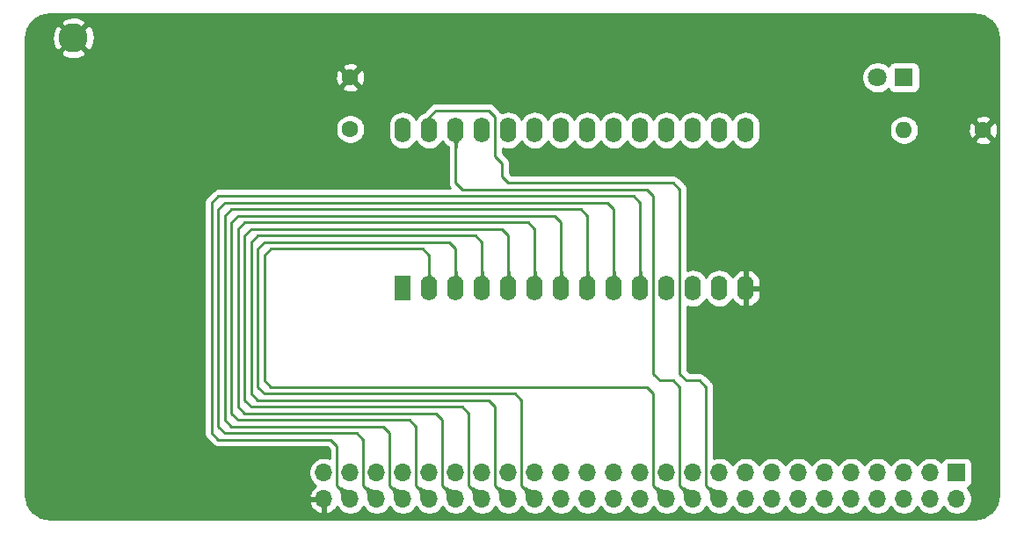
<source format=gbr>
%TF.GenerationSoftware,KiCad,Pcbnew,5.1.9*%
%TF.CreationDate,2021-02-01T10:15:42+01:00*%
%TF.ProjectId,ROM_27_28_DIP,524f4d5f-3237-45f3-9238-5f4449502e6b,1.1*%
%TF.SameCoordinates,Original*%
%TF.FileFunction,Copper,L2,Bot*%
%TF.FilePolarity,Positive*%
%FSLAX46Y46*%
G04 Gerber Fmt 4.6, Leading zero omitted, Abs format (unit mm)*
G04 Created by KiCad (PCBNEW 5.1.9) date 2021-02-01 10:15:42*
%MOMM*%
%LPD*%
G01*
G04 APERTURE LIST*
%TA.AperFunction,ComponentPad*%
%ADD10O,1.600000X2.400000*%
%TD*%
%TA.AperFunction,ComponentPad*%
%ADD11R,1.600000X2.400000*%
%TD*%
%TA.AperFunction,ComponentPad*%
%ADD12O,1.700000X1.700000*%
%TD*%
%TA.AperFunction,ComponentPad*%
%ADD13R,1.700000X1.700000*%
%TD*%
%TA.AperFunction,ComponentPad*%
%ADD14C,2.800000*%
%TD*%
%TA.AperFunction,ComponentPad*%
%ADD15C,1.600000*%
%TD*%
%TA.AperFunction,ComponentPad*%
%ADD16O,1.600000X1.600000*%
%TD*%
%TA.AperFunction,ComponentPad*%
%ADD17C,1.800000*%
%TD*%
%TA.AperFunction,ComponentPad*%
%ADD18R,1.800000X1.800000*%
%TD*%
%TA.AperFunction,Conductor*%
%ADD19C,0.228600*%
%TD*%
%TA.AperFunction,Conductor*%
%ADD20C,0.254000*%
%TD*%
%TA.AperFunction,Conductor*%
%ADD21C,0.100000*%
%TD*%
%TA.AperFunction,Conductor*%
%ADD22C,0.025400*%
%TD*%
G04 APERTURE END LIST*
D10*
%TO.P,U1,28*%
%TO.N,VCC*%
X127000000Y-116840000D03*
%TO.P,U1,14*%
%TO.N,GND*%
X160020000Y-132080000D03*
%TO.P,U1,27*%
%TO.N,/A14*%
X129540000Y-116840000D03*
%TO.P,U1,13*%
%TO.N,/D2*%
X157480000Y-132080000D03*
%TO.P,U1,26*%
%TO.N,/A13*%
X132080000Y-116840000D03*
%TO.P,U1,12*%
%TO.N,/D1*%
X154940000Y-132080000D03*
%TO.P,U1,25*%
%TO.N,/A8*%
X134620000Y-116840000D03*
%TO.P,U1,11*%
%TO.N,/D0*%
X152400000Y-132080000D03*
%TO.P,U1,24*%
%TO.N,/A9*%
X137160000Y-116840000D03*
%TO.P,U1,10*%
%TO.N,/A0*%
X149860000Y-132080000D03*
%TO.P,U1,23*%
%TO.N,/A11*%
X139700000Y-116840000D03*
%TO.P,U1,9*%
%TO.N,/A1*%
X147320000Y-132080000D03*
%TO.P,U1,22*%
%TO.N,/~OE*%
X142240000Y-116840000D03*
%TO.P,U1,8*%
%TO.N,/A2*%
X144780000Y-132080000D03*
%TO.P,U1,21*%
%TO.N,/A10*%
X144780000Y-116840000D03*
%TO.P,U1,7*%
%TO.N,/A3*%
X142240000Y-132080000D03*
%TO.P,U1,20*%
%TO.N,/~ROMSEL*%
X147320000Y-116840000D03*
%TO.P,U1,6*%
%TO.N,/A4*%
X139700000Y-132080000D03*
%TO.P,U1,19*%
%TO.N,/D7*%
X149860000Y-116840000D03*
%TO.P,U1,5*%
%TO.N,/A5*%
X137160000Y-132080000D03*
%TO.P,U1,18*%
%TO.N,/D6*%
X152400000Y-116840000D03*
%TO.P,U1,4*%
%TO.N,/A6*%
X134620000Y-132080000D03*
%TO.P,U1,17*%
%TO.N,/D5*%
X154940000Y-116840000D03*
%TO.P,U1,3*%
%TO.N,/A7*%
X132080000Y-132080000D03*
%TO.P,U1,16*%
%TO.N,/D4*%
X157480000Y-116840000D03*
%TO.P,U1,2*%
%TO.N,/A12*%
X129540000Y-132080000D03*
%TO.P,U1,15*%
%TO.N,/D3*%
X160020000Y-116840000D03*
D11*
%TO.P,U1,1*%
%TO.N,N/C*%
X127000000Y-132080000D03*
%TD*%
D12*
%TO.P,J1,50*%
%TO.N,GND*%
X119380000Y-152400000D03*
%TO.P,J1,49*%
%TO.N,N/C*%
X119380000Y-149860000D03*
%TO.P,J1,48*%
%TO.N,/A0*%
X121920000Y-152400000D03*
%TO.P,J1,47*%
%TO.N,N/C*%
X121920000Y-149860000D03*
%TO.P,J1,46*%
%TO.N,/A1*%
X124460000Y-152400000D03*
%TO.P,J1,45*%
%TO.N,N/C*%
X124460000Y-149860000D03*
%TO.P,J1,44*%
%TO.N,/A2*%
X127000000Y-152400000D03*
%TO.P,J1,43*%
%TO.N,N/C*%
X127000000Y-149860000D03*
%TO.P,J1,42*%
%TO.N,/A3*%
X129540000Y-152400000D03*
%TO.P,J1,41*%
%TO.N,N/C*%
X129540000Y-149860000D03*
%TO.P,J1,40*%
%TO.N,/A4*%
X132080000Y-152400000D03*
%TO.P,J1,39*%
%TO.N,N/C*%
X132080000Y-149860000D03*
%TO.P,J1,38*%
%TO.N,/A5*%
X134620000Y-152400000D03*
%TO.P,J1,37*%
%TO.N,N/C*%
X134620000Y-149860000D03*
%TO.P,J1,36*%
%TO.N,/A6*%
X137160000Y-152400000D03*
%TO.P,J1,35*%
%TO.N,/~OE*%
X137160000Y-149860000D03*
%TO.P,J1,34*%
%TO.N,/A7*%
X139700000Y-152400000D03*
%TO.P,J1,33*%
%TO.N,N/C*%
X139700000Y-149860000D03*
%TO.P,J1,32*%
%TO.N,/A8*%
X142240000Y-152400000D03*
%TO.P,J1,31*%
%TO.N,N/C*%
X142240000Y-149860000D03*
%TO.P,J1,30*%
%TO.N,/A9*%
X144780000Y-152400000D03*
%TO.P,J1,29*%
%TO.N,N/C*%
X144780000Y-149860000D03*
%TO.P,J1,28*%
%TO.N,/A10*%
X147320000Y-152400000D03*
%TO.P,J1,27*%
%TO.N,N/C*%
X147320000Y-149860000D03*
%TO.P,J1,26*%
%TO.N,/A11*%
X149860000Y-152400000D03*
%TO.P,J1,25*%
%TO.N,N/C*%
X149860000Y-149860000D03*
%TO.P,J1,24*%
%TO.N,/A12*%
X152400000Y-152400000D03*
%TO.P,J1,23*%
%TO.N,N/C*%
X152400000Y-149860000D03*
%TO.P,J1,22*%
%TO.N,/A13*%
X154940000Y-152400000D03*
%TO.P,J1,21*%
%TO.N,N/C*%
X154940000Y-149860000D03*
%TO.P,J1,20*%
%TO.N,/A14*%
X157480000Y-152400000D03*
%TO.P,J1,19*%
%TO.N,/~ROMSEL*%
X157480000Y-149860000D03*
%TO.P,J1,18*%
%TO.N,N/C*%
X160020000Y-152400000D03*
%TO.P,J1,17*%
%TO.N,/D0*%
X160020000Y-149860000D03*
%TO.P,J1,16*%
%TO.N,N/C*%
X162560000Y-152400000D03*
%TO.P,J1,15*%
%TO.N,/D1*%
X162560000Y-149860000D03*
%TO.P,J1,14*%
%TO.N,N/C*%
X165100000Y-152400000D03*
%TO.P,J1,13*%
%TO.N,/D2*%
X165100000Y-149860000D03*
%TO.P,J1,12*%
%TO.N,N/C*%
X167640000Y-152400000D03*
%TO.P,J1,11*%
%TO.N,/D3*%
X167640000Y-149860000D03*
%TO.P,J1,10*%
%TO.N,N/C*%
X170180000Y-152400000D03*
%TO.P,J1,9*%
%TO.N,/D4*%
X170180000Y-149860000D03*
%TO.P,J1,8*%
%TO.N,N/C*%
X172720000Y-152400000D03*
%TO.P,J1,7*%
%TO.N,/D5*%
X172720000Y-149860000D03*
%TO.P,J1,6*%
%TO.N,N/C*%
X175260000Y-152400000D03*
%TO.P,J1,5*%
%TO.N,/D6*%
X175260000Y-149860000D03*
%TO.P,J1,4*%
%TO.N,N/C*%
X177800000Y-152400000D03*
%TO.P,J1,3*%
%TO.N,/D7*%
X177800000Y-149860000D03*
%TO.P,J1,2*%
%TO.N,N/C*%
X180340000Y-152400000D03*
D13*
%TO.P,J1,1*%
%TO.N,VCC*%
X180340000Y-149860000D03*
%TD*%
D14*
%TO.P,TP1,1*%
%TO.N,GND*%
X95250000Y-107950000D03*
%TD*%
D15*
%TO.P,C1,2*%
%TO.N,VCC*%
X121920000Y-116760000D03*
%TO.P,C1,1*%
%TO.N,GND*%
X121920000Y-111760000D03*
%TD*%
D16*
%TO.P,R1,2*%
%TO.N,Net-(D1-Pad1)*%
X175260000Y-116840000D03*
D15*
%TO.P,R1,1*%
%TO.N,GND*%
X182880000Y-116840000D03*
%TD*%
D17*
%TO.P,D1,2*%
%TO.N,VCC*%
X172720000Y-111760000D03*
D18*
%TO.P,D1,1*%
%TO.N,Net-(D1-Pad1)*%
X175260000Y-111760000D03*
%TD*%
D19*
%TO.N,/A0*%
X120650000Y-151130000D02*
X121920000Y-152400000D01*
X120650000Y-147320000D02*
X120650000Y-151130000D01*
X120015000Y-146685000D02*
X120650000Y-147320000D01*
X108585000Y-123825000D02*
X108585000Y-146050000D01*
X109220000Y-123190000D02*
X108585000Y-123825000D01*
X109220000Y-146685000D02*
X120015000Y-146685000D01*
X108585000Y-146050000D02*
X109220000Y-146685000D01*
X149225000Y-123190000D02*
X109220000Y-123190000D01*
X149860000Y-123825000D02*
X149225000Y-123190000D01*
X149860000Y-132080000D02*
X149860000Y-123825000D01*
%TO.N,/A1*%
X109855000Y-123825000D02*
X146685000Y-123825000D01*
X109220000Y-145415000D02*
X109220000Y-124460000D01*
X146685000Y-123825000D02*
X147320000Y-124460000D01*
X122555000Y-146050000D02*
X109855000Y-146050000D01*
X123190000Y-146685000D02*
X122555000Y-146050000D01*
X147320000Y-124460000D02*
X147320000Y-132080000D01*
X109220000Y-124460000D02*
X109855000Y-123825000D01*
X123190000Y-151130000D02*
X123190000Y-146685000D01*
X109855000Y-146050000D02*
X109220000Y-145415000D01*
X124460000Y-152400000D02*
X123190000Y-151130000D01*
%TO.N,/A2*%
X125730000Y-146050000D02*
X125730000Y-151130000D01*
X125095000Y-145415000D02*
X125730000Y-146050000D01*
X110490000Y-145415000D02*
X125095000Y-145415000D01*
X109855000Y-144780000D02*
X110490000Y-145415000D01*
X125730000Y-151130000D02*
X127000000Y-152400000D01*
X109855000Y-125095000D02*
X109855000Y-144780000D01*
X110490000Y-124460000D02*
X109855000Y-125095000D01*
X144145000Y-124460000D02*
X110490000Y-124460000D01*
X144780000Y-125095000D02*
X144145000Y-124460000D01*
X144780000Y-132080000D02*
X144780000Y-125095000D01*
%TO.N,/A3*%
X111125000Y-125095000D02*
X141605000Y-125095000D01*
X141605000Y-125095000D02*
X142240000Y-125730000D01*
X110490000Y-144145000D02*
X110490000Y-125730000D01*
X111125000Y-144780000D02*
X110490000Y-144145000D01*
X110490000Y-125730000D02*
X111125000Y-125095000D01*
X127635000Y-144780000D02*
X111125000Y-144780000D01*
X128270000Y-145415000D02*
X127635000Y-144780000D01*
X128270000Y-151130000D02*
X128270000Y-145415000D01*
X142240000Y-125730000D02*
X142240000Y-132080000D01*
X129540000Y-152400000D02*
X128270000Y-151130000D01*
%TO.N,/A4*%
X130175000Y-144145000D02*
X130810000Y-144780000D01*
X111760000Y-144145000D02*
X130175000Y-144145000D01*
X111125000Y-143510000D02*
X111760000Y-144145000D01*
X111125000Y-126365000D02*
X111125000Y-143510000D01*
X130810000Y-151130000D02*
X132080000Y-152400000D01*
X130810000Y-144780000D02*
X130810000Y-151130000D01*
X111760000Y-125730000D02*
X111125000Y-126365000D01*
X139065000Y-125730000D02*
X111760000Y-125730000D01*
X139700000Y-126365000D02*
X139065000Y-125730000D01*
X139700000Y-132080000D02*
X139700000Y-126365000D01*
%TO.N,/A5*%
X137160000Y-127000000D02*
X137160000Y-132080000D01*
X112395000Y-126365000D02*
X136525000Y-126365000D01*
X111760000Y-127000000D02*
X112395000Y-126365000D01*
X111760000Y-142875000D02*
X111760000Y-127000000D01*
X112395000Y-143510000D02*
X111760000Y-142875000D01*
X133350000Y-144145000D02*
X132715000Y-143510000D01*
X133350000Y-151130000D02*
X133350000Y-144145000D01*
X136525000Y-126365000D02*
X137160000Y-127000000D01*
X132715000Y-143510000D02*
X112395000Y-143510000D01*
X134620000Y-152400000D02*
X133350000Y-151130000D01*
%TO.N,/A6*%
X135890000Y-151130000D02*
X137160000Y-152400000D01*
X135255000Y-142875000D02*
X135890000Y-143510000D01*
X113030000Y-142875000D02*
X135255000Y-142875000D01*
X112395000Y-142240000D02*
X113030000Y-142875000D01*
X112395000Y-127635000D02*
X112395000Y-142240000D01*
X133985000Y-127000000D02*
X113030000Y-127000000D01*
X135890000Y-143510000D02*
X135890000Y-151130000D01*
X113030000Y-127000000D02*
X112395000Y-127635000D01*
X134620000Y-127635000D02*
X133985000Y-127000000D01*
X134620000Y-132080000D02*
X134620000Y-127635000D01*
%TO.N,/A7*%
X132080000Y-128270000D02*
X132080000Y-132080000D01*
X131445000Y-127635000D02*
X132080000Y-128270000D01*
X113665000Y-127635000D02*
X131445000Y-127635000D01*
X113030000Y-128270000D02*
X113665000Y-127635000D01*
X113665000Y-142240000D02*
X113030000Y-141605000D01*
X113030000Y-141605000D02*
X113030000Y-128270000D01*
X137795000Y-142240000D02*
X113665000Y-142240000D01*
X138430000Y-142875000D02*
X137795000Y-142240000D01*
X138430000Y-151130000D02*
X138430000Y-142875000D01*
X139700000Y-152400000D02*
X138430000Y-151130000D01*
%TO.N,/A12*%
X129540000Y-128905000D02*
X129540000Y-130810000D01*
X114300000Y-128270000D02*
X128905000Y-128270000D01*
X113665000Y-128905000D02*
X114300000Y-128270000D01*
X128905000Y-128270000D02*
X129540000Y-128905000D01*
X113665000Y-140970000D02*
X113665000Y-128905000D01*
X114300000Y-141605000D02*
X113665000Y-140970000D01*
X129540000Y-130810000D02*
X129540000Y-132080000D01*
X151130000Y-142240000D02*
X150495000Y-141605000D01*
X151130000Y-151130000D02*
X151130000Y-142240000D01*
X150495000Y-141605000D02*
X114300000Y-141605000D01*
X152400000Y-152400000D02*
X151130000Y-151130000D01*
%TO.N,/A13*%
X154940000Y-152400000D02*
X153670000Y-151130000D01*
X153670000Y-151130000D02*
X153670000Y-141605000D01*
X153670000Y-141605000D02*
X153035000Y-140970000D01*
X153035000Y-140970000D02*
X151765000Y-140970000D01*
X151765000Y-140970000D02*
X151130000Y-140335000D01*
X151130000Y-140335000D02*
X151130000Y-123190000D01*
X151130000Y-123190000D02*
X150495000Y-122555000D01*
X150495000Y-122555000D02*
X132715000Y-122555000D01*
X132080000Y-121920000D02*
X132080000Y-116840000D01*
X132715000Y-122555000D02*
X132080000Y-121920000D01*
%TO.N,/A14*%
X156210000Y-141605000D02*
X156210000Y-151130000D01*
X129540000Y-116840000D02*
X129540000Y-115570000D01*
X155575000Y-140970000D02*
X156210000Y-141605000D01*
X129540000Y-115570000D02*
X130175000Y-114935000D01*
X136525000Y-120015000D02*
X136525000Y-121285000D01*
X130175000Y-114935000D02*
X135255000Y-114935000D01*
X135255000Y-114935000D02*
X135890000Y-115570000D01*
X135890000Y-115570000D02*
X135890000Y-119380000D01*
X135890000Y-119380000D02*
X136525000Y-120015000D01*
X137160000Y-121920000D02*
X153035000Y-121920000D01*
X136525000Y-121285000D02*
X137160000Y-121920000D01*
X153035000Y-121920000D02*
X153670000Y-122555000D01*
X153670000Y-140335000D02*
X154305000Y-140970000D01*
X156210000Y-151130000D02*
X157480000Y-152400000D01*
X153670000Y-122555000D02*
X153670000Y-140335000D01*
X154305000Y-140970000D02*
X155575000Y-140970000D01*
%TD*%
D20*
%TO.N,GND*%
X182453893Y-105707670D02*
X182890498Y-105839489D01*
X183293185Y-106053600D01*
X183646612Y-106341848D01*
X183937327Y-106693261D01*
X184154242Y-107094439D01*
X184289106Y-107530113D01*
X184340000Y-108014344D01*
X184340001Y-151967711D01*
X184292330Y-152453894D01*
X184160512Y-152890497D01*
X183946399Y-153293186D01*
X183658150Y-153646613D01*
X183306739Y-153937327D01*
X182905564Y-154154240D01*
X182469886Y-154289106D01*
X181985664Y-154340000D01*
X93032279Y-154340000D01*
X92546106Y-154292330D01*
X92109503Y-154160512D01*
X91706814Y-153946399D01*
X91353387Y-153658150D01*
X91062673Y-153306739D01*
X90845760Y-152905564D01*
X90799738Y-152756891D01*
X117938519Y-152756891D01*
X118035843Y-153031252D01*
X118184822Y-153281355D01*
X118379731Y-153497588D01*
X118613080Y-153671641D01*
X118875901Y-153796825D01*
X119023110Y-153841476D01*
X119253000Y-153720155D01*
X119253000Y-152527000D01*
X118059186Y-152527000D01*
X117938519Y-152756891D01*
X90799738Y-152756891D01*
X90710894Y-152469886D01*
X90660000Y-151985664D01*
X90660000Y-123825000D01*
X107832076Y-123825000D01*
X107835700Y-123861795D01*
X107835701Y-146013194D01*
X107832076Y-146050000D01*
X107835701Y-146086806D01*
X107843691Y-146167925D01*
X107846543Y-146196887D01*
X107889388Y-146338131D01*
X107958966Y-146468303D01*
X108029140Y-146553809D01*
X108052603Y-146582398D01*
X108081189Y-146605858D01*
X108664145Y-147188816D01*
X108687602Y-147217398D01*
X108716183Y-147240854D01*
X108716190Y-147240861D01*
X108767775Y-147283195D01*
X108801697Y-147311034D01*
X108931868Y-147380612D01*
X109073112Y-147423458D01*
X109183194Y-147434300D01*
X109183202Y-147434300D01*
X109220000Y-147437924D01*
X109256798Y-147434300D01*
X119704630Y-147434300D01*
X119900700Y-147630370D01*
X119900700Y-148468329D01*
X119813158Y-148432068D01*
X119526260Y-148375000D01*
X119233740Y-148375000D01*
X118946842Y-148432068D01*
X118676589Y-148544010D01*
X118433368Y-148706525D01*
X118226525Y-148913368D01*
X118064010Y-149156589D01*
X117952068Y-149426842D01*
X117895000Y-149713740D01*
X117895000Y-150006260D01*
X117952068Y-150293158D01*
X118064010Y-150563411D01*
X118226525Y-150806632D01*
X118433368Y-151013475D01*
X118609406Y-151131100D01*
X118379731Y-151302412D01*
X118184822Y-151518645D01*
X118035843Y-151768748D01*
X117938519Y-152043109D01*
X118059186Y-152273000D01*
X119253000Y-152273000D01*
X119253000Y-152253000D01*
X119507000Y-152253000D01*
X119507000Y-152273000D01*
X119527000Y-152273000D01*
X119527000Y-152527000D01*
X119507000Y-152527000D01*
X119507000Y-153720155D01*
X119736890Y-153841476D01*
X119884099Y-153796825D01*
X120146920Y-153671641D01*
X120380269Y-153497588D01*
X120575178Y-153281355D01*
X120644805Y-153164466D01*
X120766525Y-153346632D01*
X120973368Y-153553475D01*
X121216589Y-153715990D01*
X121486842Y-153827932D01*
X121773740Y-153885000D01*
X122066260Y-153885000D01*
X122353158Y-153827932D01*
X122623411Y-153715990D01*
X122866632Y-153553475D01*
X123073475Y-153346632D01*
X123190000Y-153172240D01*
X123306525Y-153346632D01*
X123513368Y-153553475D01*
X123756589Y-153715990D01*
X124026842Y-153827932D01*
X124313740Y-153885000D01*
X124606260Y-153885000D01*
X124893158Y-153827932D01*
X125163411Y-153715990D01*
X125406632Y-153553475D01*
X125613475Y-153346632D01*
X125730000Y-153172240D01*
X125846525Y-153346632D01*
X126053368Y-153553475D01*
X126296589Y-153715990D01*
X126566842Y-153827932D01*
X126853740Y-153885000D01*
X127146260Y-153885000D01*
X127433158Y-153827932D01*
X127703411Y-153715990D01*
X127946632Y-153553475D01*
X128153475Y-153346632D01*
X128270000Y-153172240D01*
X128386525Y-153346632D01*
X128593368Y-153553475D01*
X128836589Y-153715990D01*
X129106842Y-153827932D01*
X129393740Y-153885000D01*
X129686260Y-153885000D01*
X129973158Y-153827932D01*
X130243411Y-153715990D01*
X130486632Y-153553475D01*
X130693475Y-153346632D01*
X130810000Y-153172240D01*
X130926525Y-153346632D01*
X131133368Y-153553475D01*
X131376589Y-153715990D01*
X131646842Y-153827932D01*
X131933740Y-153885000D01*
X132226260Y-153885000D01*
X132513158Y-153827932D01*
X132783411Y-153715990D01*
X133026632Y-153553475D01*
X133233475Y-153346632D01*
X133350000Y-153172240D01*
X133466525Y-153346632D01*
X133673368Y-153553475D01*
X133916589Y-153715990D01*
X134186842Y-153827932D01*
X134473740Y-153885000D01*
X134766260Y-153885000D01*
X135053158Y-153827932D01*
X135323411Y-153715990D01*
X135566632Y-153553475D01*
X135773475Y-153346632D01*
X135890000Y-153172240D01*
X136006525Y-153346632D01*
X136213368Y-153553475D01*
X136456589Y-153715990D01*
X136726842Y-153827932D01*
X137013740Y-153885000D01*
X137306260Y-153885000D01*
X137593158Y-153827932D01*
X137863411Y-153715990D01*
X138106632Y-153553475D01*
X138313475Y-153346632D01*
X138430000Y-153172240D01*
X138546525Y-153346632D01*
X138753368Y-153553475D01*
X138996589Y-153715990D01*
X139266842Y-153827932D01*
X139553740Y-153885000D01*
X139846260Y-153885000D01*
X140133158Y-153827932D01*
X140403411Y-153715990D01*
X140646632Y-153553475D01*
X140853475Y-153346632D01*
X140970000Y-153172240D01*
X141086525Y-153346632D01*
X141293368Y-153553475D01*
X141536589Y-153715990D01*
X141806842Y-153827932D01*
X142093740Y-153885000D01*
X142386260Y-153885000D01*
X142673158Y-153827932D01*
X142943411Y-153715990D01*
X143186632Y-153553475D01*
X143393475Y-153346632D01*
X143510000Y-153172240D01*
X143626525Y-153346632D01*
X143833368Y-153553475D01*
X144076589Y-153715990D01*
X144346842Y-153827932D01*
X144633740Y-153885000D01*
X144926260Y-153885000D01*
X145213158Y-153827932D01*
X145483411Y-153715990D01*
X145726632Y-153553475D01*
X145933475Y-153346632D01*
X146050000Y-153172240D01*
X146166525Y-153346632D01*
X146373368Y-153553475D01*
X146616589Y-153715990D01*
X146886842Y-153827932D01*
X147173740Y-153885000D01*
X147466260Y-153885000D01*
X147753158Y-153827932D01*
X148023411Y-153715990D01*
X148266632Y-153553475D01*
X148473475Y-153346632D01*
X148590000Y-153172240D01*
X148706525Y-153346632D01*
X148913368Y-153553475D01*
X149156589Y-153715990D01*
X149426842Y-153827932D01*
X149713740Y-153885000D01*
X150006260Y-153885000D01*
X150293158Y-153827932D01*
X150563411Y-153715990D01*
X150806632Y-153553475D01*
X151013475Y-153346632D01*
X151130000Y-153172240D01*
X151246525Y-153346632D01*
X151453368Y-153553475D01*
X151696589Y-153715990D01*
X151966842Y-153827932D01*
X152253740Y-153885000D01*
X152546260Y-153885000D01*
X152833158Y-153827932D01*
X153103411Y-153715990D01*
X153346632Y-153553475D01*
X153553475Y-153346632D01*
X153670000Y-153172240D01*
X153786525Y-153346632D01*
X153993368Y-153553475D01*
X154236589Y-153715990D01*
X154506842Y-153827932D01*
X154793740Y-153885000D01*
X155086260Y-153885000D01*
X155373158Y-153827932D01*
X155643411Y-153715990D01*
X155886632Y-153553475D01*
X156093475Y-153346632D01*
X156210000Y-153172240D01*
X156326525Y-153346632D01*
X156533368Y-153553475D01*
X156776589Y-153715990D01*
X157046842Y-153827932D01*
X157333740Y-153885000D01*
X157626260Y-153885000D01*
X157913158Y-153827932D01*
X158183411Y-153715990D01*
X158426632Y-153553475D01*
X158633475Y-153346632D01*
X158750000Y-153172240D01*
X158866525Y-153346632D01*
X159073368Y-153553475D01*
X159316589Y-153715990D01*
X159586842Y-153827932D01*
X159873740Y-153885000D01*
X160166260Y-153885000D01*
X160453158Y-153827932D01*
X160723411Y-153715990D01*
X160966632Y-153553475D01*
X161173475Y-153346632D01*
X161290000Y-153172240D01*
X161406525Y-153346632D01*
X161613368Y-153553475D01*
X161856589Y-153715990D01*
X162126842Y-153827932D01*
X162413740Y-153885000D01*
X162706260Y-153885000D01*
X162993158Y-153827932D01*
X163263411Y-153715990D01*
X163506632Y-153553475D01*
X163713475Y-153346632D01*
X163830000Y-153172240D01*
X163946525Y-153346632D01*
X164153368Y-153553475D01*
X164396589Y-153715990D01*
X164666842Y-153827932D01*
X164953740Y-153885000D01*
X165246260Y-153885000D01*
X165533158Y-153827932D01*
X165803411Y-153715990D01*
X166046632Y-153553475D01*
X166253475Y-153346632D01*
X166370000Y-153172240D01*
X166486525Y-153346632D01*
X166693368Y-153553475D01*
X166936589Y-153715990D01*
X167206842Y-153827932D01*
X167493740Y-153885000D01*
X167786260Y-153885000D01*
X168073158Y-153827932D01*
X168343411Y-153715990D01*
X168586632Y-153553475D01*
X168793475Y-153346632D01*
X168910000Y-153172240D01*
X169026525Y-153346632D01*
X169233368Y-153553475D01*
X169476589Y-153715990D01*
X169746842Y-153827932D01*
X170033740Y-153885000D01*
X170326260Y-153885000D01*
X170613158Y-153827932D01*
X170883411Y-153715990D01*
X171126632Y-153553475D01*
X171333475Y-153346632D01*
X171450000Y-153172240D01*
X171566525Y-153346632D01*
X171773368Y-153553475D01*
X172016589Y-153715990D01*
X172286842Y-153827932D01*
X172573740Y-153885000D01*
X172866260Y-153885000D01*
X173153158Y-153827932D01*
X173423411Y-153715990D01*
X173666632Y-153553475D01*
X173873475Y-153346632D01*
X173990000Y-153172240D01*
X174106525Y-153346632D01*
X174313368Y-153553475D01*
X174556589Y-153715990D01*
X174826842Y-153827932D01*
X175113740Y-153885000D01*
X175406260Y-153885000D01*
X175693158Y-153827932D01*
X175963411Y-153715990D01*
X176206632Y-153553475D01*
X176413475Y-153346632D01*
X176530000Y-153172240D01*
X176646525Y-153346632D01*
X176853368Y-153553475D01*
X177096589Y-153715990D01*
X177366842Y-153827932D01*
X177653740Y-153885000D01*
X177946260Y-153885000D01*
X178233158Y-153827932D01*
X178503411Y-153715990D01*
X178746632Y-153553475D01*
X178953475Y-153346632D01*
X179070000Y-153172240D01*
X179186525Y-153346632D01*
X179393368Y-153553475D01*
X179636589Y-153715990D01*
X179906842Y-153827932D01*
X180193740Y-153885000D01*
X180486260Y-153885000D01*
X180773158Y-153827932D01*
X181043411Y-153715990D01*
X181286632Y-153553475D01*
X181493475Y-153346632D01*
X181655990Y-153103411D01*
X181767932Y-152833158D01*
X181825000Y-152546260D01*
X181825000Y-152253740D01*
X181767932Y-151966842D01*
X181655990Y-151696589D01*
X181493475Y-151453368D01*
X181361620Y-151321513D01*
X181434180Y-151299502D01*
X181544494Y-151240537D01*
X181641185Y-151161185D01*
X181720537Y-151064494D01*
X181779502Y-150954180D01*
X181815812Y-150834482D01*
X181828072Y-150710000D01*
X181828072Y-149010000D01*
X181815812Y-148885518D01*
X181779502Y-148765820D01*
X181720537Y-148655506D01*
X181641185Y-148558815D01*
X181544494Y-148479463D01*
X181434180Y-148420498D01*
X181314482Y-148384188D01*
X181190000Y-148371928D01*
X179490000Y-148371928D01*
X179365518Y-148384188D01*
X179245820Y-148420498D01*
X179135506Y-148479463D01*
X179038815Y-148558815D01*
X178959463Y-148655506D01*
X178900498Y-148765820D01*
X178878487Y-148838380D01*
X178746632Y-148706525D01*
X178503411Y-148544010D01*
X178233158Y-148432068D01*
X177946260Y-148375000D01*
X177653740Y-148375000D01*
X177366842Y-148432068D01*
X177096589Y-148544010D01*
X176853368Y-148706525D01*
X176646525Y-148913368D01*
X176530000Y-149087760D01*
X176413475Y-148913368D01*
X176206632Y-148706525D01*
X175963411Y-148544010D01*
X175693158Y-148432068D01*
X175406260Y-148375000D01*
X175113740Y-148375000D01*
X174826842Y-148432068D01*
X174556589Y-148544010D01*
X174313368Y-148706525D01*
X174106525Y-148913368D01*
X173990000Y-149087760D01*
X173873475Y-148913368D01*
X173666632Y-148706525D01*
X173423411Y-148544010D01*
X173153158Y-148432068D01*
X172866260Y-148375000D01*
X172573740Y-148375000D01*
X172286842Y-148432068D01*
X172016589Y-148544010D01*
X171773368Y-148706525D01*
X171566525Y-148913368D01*
X171450000Y-149087760D01*
X171333475Y-148913368D01*
X171126632Y-148706525D01*
X170883411Y-148544010D01*
X170613158Y-148432068D01*
X170326260Y-148375000D01*
X170033740Y-148375000D01*
X169746842Y-148432068D01*
X169476589Y-148544010D01*
X169233368Y-148706525D01*
X169026525Y-148913368D01*
X168910000Y-149087760D01*
X168793475Y-148913368D01*
X168586632Y-148706525D01*
X168343411Y-148544010D01*
X168073158Y-148432068D01*
X167786260Y-148375000D01*
X167493740Y-148375000D01*
X167206842Y-148432068D01*
X166936589Y-148544010D01*
X166693368Y-148706525D01*
X166486525Y-148913368D01*
X166370000Y-149087760D01*
X166253475Y-148913368D01*
X166046632Y-148706525D01*
X165803411Y-148544010D01*
X165533158Y-148432068D01*
X165246260Y-148375000D01*
X164953740Y-148375000D01*
X164666842Y-148432068D01*
X164396589Y-148544010D01*
X164153368Y-148706525D01*
X163946525Y-148913368D01*
X163830000Y-149087760D01*
X163713475Y-148913368D01*
X163506632Y-148706525D01*
X163263411Y-148544010D01*
X162993158Y-148432068D01*
X162706260Y-148375000D01*
X162413740Y-148375000D01*
X162126842Y-148432068D01*
X161856589Y-148544010D01*
X161613368Y-148706525D01*
X161406525Y-148913368D01*
X161290000Y-149087760D01*
X161173475Y-148913368D01*
X160966632Y-148706525D01*
X160723411Y-148544010D01*
X160453158Y-148432068D01*
X160166260Y-148375000D01*
X159873740Y-148375000D01*
X159586842Y-148432068D01*
X159316589Y-148544010D01*
X159073368Y-148706525D01*
X158866525Y-148913368D01*
X158750000Y-149087760D01*
X158633475Y-148913368D01*
X158426632Y-148706525D01*
X158183411Y-148544010D01*
X157913158Y-148432068D01*
X157626260Y-148375000D01*
X157333740Y-148375000D01*
X157046842Y-148432068D01*
X156959300Y-148468329D01*
X156959300Y-141641798D01*
X156962924Y-141605000D01*
X156959300Y-141568202D01*
X156959300Y-141568194D01*
X156948458Y-141458112D01*
X156905612Y-141316868D01*
X156836034Y-141186697D01*
X156765861Y-141101190D01*
X156765854Y-141101183D01*
X156742398Y-141072602D01*
X156713817Y-141049147D01*
X156130862Y-140466193D01*
X156107398Y-140437602D01*
X155993303Y-140343966D01*
X155863132Y-140274388D01*
X155721888Y-140231542D01*
X155611806Y-140220700D01*
X155611795Y-140220700D01*
X155575000Y-140217076D01*
X155538205Y-140220700D01*
X154615370Y-140220700D01*
X154419300Y-140024630D01*
X154419300Y-133821618D01*
X154658692Y-133894236D01*
X154940000Y-133921943D01*
X155221309Y-133894236D01*
X155491808Y-133812182D01*
X155741101Y-133678932D01*
X155959608Y-133499608D01*
X156138932Y-133281101D01*
X156210000Y-133148142D01*
X156281068Y-133281101D01*
X156460393Y-133499608D01*
X156678900Y-133678932D01*
X156928193Y-133812182D01*
X157198692Y-133894236D01*
X157480000Y-133921943D01*
X157761309Y-133894236D01*
X158031808Y-133812182D01*
X158281101Y-133678932D01*
X158499608Y-133499608D01*
X158678932Y-133281101D01*
X158747265Y-133153259D01*
X158897399Y-133382839D01*
X159095105Y-133584500D01*
X159328354Y-133743715D01*
X159588182Y-133854367D01*
X159670961Y-133871904D01*
X159893000Y-133749915D01*
X159893000Y-132207000D01*
X160147000Y-132207000D01*
X160147000Y-133749915D01*
X160369039Y-133871904D01*
X160451818Y-133854367D01*
X160711646Y-133743715D01*
X160944895Y-133584500D01*
X161142601Y-133382839D01*
X161297166Y-133146483D01*
X161402650Y-132884514D01*
X161455000Y-132607000D01*
X161455000Y-132207000D01*
X160147000Y-132207000D01*
X159893000Y-132207000D01*
X159873000Y-132207000D01*
X159873000Y-131953000D01*
X159893000Y-131953000D01*
X159893000Y-130410085D01*
X160147000Y-130410085D01*
X160147000Y-131953000D01*
X161455000Y-131953000D01*
X161455000Y-131553000D01*
X161402650Y-131275486D01*
X161297166Y-131013517D01*
X161142601Y-130777161D01*
X160944895Y-130575500D01*
X160711646Y-130416285D01*
X160451818Y-130305633D01*
X160369039Y-130288096D01*
X160147000Y-130410085D01*
X159893000Y-130410085D01*
X159670961Y-130288096D01*
X159588182Y-130305633D01*
X159328354Y-130416285D01*
X159095105Y-130575500D01*
X158897399Y-130777161D01*
X158747265Y-131006741D01*
X158678932Y-130878899D01*
X158499607Y-130660392D01*
X158281100Y-130481068D01*
X158031807Y-130347818D01*
X157761308Y-130265764D01*
X157480000Y-130238057D01*
X157198691Y-130265764D01*
X156928192Y-130347818D01*
X156678899Y-130481068D01*
X156460392Y-130660393D01*
X156281068Y-130878900D01*
X156210000Y-131011858D01*
X156138932Y-130878899D01*
X155959607Y-130660392D01*
X155741100Y-130481068D01*
X155491807Y-130347818D01*
X155221308Y-130265764D01*
X154940000Y-130238057D01*
X154658691Y-130265764D01*
X154419300Y-130338382D01*
X154419300Y-122591798D01*
X154422924Y-122555000D01*
X154419300Y-122518202D01*
X154419300Y-122518194D01*
X154408458Y-122408112D01*
X154365612Y-122266868D01*
X154296034Y-122136697D01*
X154225861Y-122051190D01*
X154225854Y-122051183D01*
X154202398Y-122022602D01*
X154173817Y-121999147D01*
X153590862Y-121416193D01*
X153567398Y-121387602D01*
X153453303Y-121293966D01*
X153323132Y-121224388D01*
X153181888Y-121181542D01*
X153071806Y-121170700D01*
X153071795Y-121170700D01*
X153035000Y-121167076D01*
X152998205Y-121170700D01*
X137470370Y-121170700D01*
X137274300Y-120974630D01*
X137274300Y-120051798D01*
X137277924Y-120015000D01*
X137274300Y-119978202D01*
X137274300Y-119978194D01*
X137263458Y-119868112D01*
X137220612Y-119726868D01*
X137151034Y-119596697D01*
X137080861Y-119511190D01*
X137080854Y-119511183D01*
X137057398Y-119482602D01*
X137028817Y-119459147D01*
X136639300Y-119069630D01*
X136639300Y-118581618D01*
X136878692Y-118654236D01*
X137160000Y-118681943D01*
X137441309Y-118654236D01*
X137711808Y-118572182D01*
X137961101Y-118438932D01*
X138179608Y-118259608D01*
X138358932Y-118041101D01*
X138430000Y-117908142D01*
X138501068Y-118041101D01*
X138680393Y-118259608D01*
X138898900Y-118438932D01*
X139148193Y-118572182D01*
X139418692Y-118654236D01*
X139700000Y-118681943D01*
X139981309Y-118654236D01*
X140251808Y-118572182D01*
X140501101Y-118438932D01*
X140719608Y-118259608D01*
X140898932Y-118041101D01*
X140970000Y-117908142D01*
X141041068Y-118041101D01*
X141220393Y-118259608D01*
X141438900Y-118438932D01*
X141688193Y-118572182D01*
X141958692Y-118654236D01*
X142240000Y-118681943D01*
X142521309Y-118654236D01*
X142791808Y-118572182D01*
X143041101Y-118438932D01*
X143259608Y-118259608D01*
X143438932Y-118041101D01*
X143510000Y-117908142D01*
X143581068Y-118041101D01*
X143760393Y-118259608D01*
X143978900Y-118438932D01*
X144228193Y-118572182D01*
X144498692Y-118654236D01*
X144780000Y-118681943D01*
X145061309Y-118654236D01*
X145331808Y-118572182D01*
X145581101Y-118438932D01*
X145799608Y-118259608D01*
X145978932Y-118041101D01*
X146050000Y-117908142D01*
X146121068Y-118041101D01*
X146300393Y-118259608D01*
X146518900Y-118438932D01*
X146768193Y-118572182D01*
X147038692Y-118654236D01*
X147320000Y-118681943D01*
X147601309Y-118654236D01*
X147871808Y-118572182D01*
X148121101Y-118438932D01*
X148339608Y-118259608D01*
X148518932Y-118041101D01*
X148590000Y-117908142D01*
X148661068Y-118041101D01*
X148840393Y-118259608D01*
X149058900Y-118438932D01*
X149308193Y-118572182D01*
X149578692Y-118654236D01*
X149860000Y-118681943D01*
X150141309Y-118654236D01*
X150411808Y-118572182D01*
X150661101Y-118438932D01*
X150879608Y-118259608D01*
X151058932Y-118041101D01*
X151130000Y-117908142D01*
X151201068Y-118041101D01*
X151380393Y-118259608D01*
X151598900Y-118438932D01*
X151848193Y-118572182D01*
X152118692Y-118654236D01*
X152400000Y-118681943D01*
X152681309Y-118654236D01*
X152951808Y-118572182D01*
X153201101Y-118438932D01*
X153419608Y-118259608D01*
X153598932Y-118041101D01*
X153670000Y-117908142D01*
X153741068Y-118041101D01*
X153920393Y-118259608D01*
X154138900Y-118438932D01*
X154388193Y-118572182D01*
X154658692Y-118654236D01*
X154940000Y-118681943D01*
X155221309Y-118654236D01*
X155491808Y-118572182D01*
X155741101Y-118438932D01*
X155959608Y-118259608D01*
X156138932Y-118041101D01*
X156210000Y-117908142D01*
X156281068Y-118041101D01*
X156460393Y-118259608D01*
X156678900Y-118438932D01*
X156928193Y-118572182D01*
X157198692Y-118654236D01*
X157480000Y-118681943D01*
X157761309Y-118654236D01*
X158031808Y-118572182D01*
X158281101Y-118438932D01*
X158499608Y-118259608D01*
X158678932Y-118041101D01*
X158750000Y-117908142D01*
X158821068Y-118041101D01*
X159000393Y-118259608D01*
X159218900Y-118438932D01*
X159468193Y-118572182D01*
X159738692Y-118654236D01*
X160020000Y-118681943D01*
X160301309Y-118654236D01*
X160571808Y-118572182D01*
X160821101Y-118438932D01*
X161039608Y-118259608D01*
X161218932Y-118041101D01*
X161352182Y-117791808D01*
X161434236Y-117521309D01*
X161455000Y-117310491D01*
X161455000Y-116698665D01*
X173825000Y-116698665D01*
X173825000Y-116981335D01*
X173880147Y-117258574D01*
X173988320Y-117519727D01*
X174145363Y-117754759D01*
X174345241Y-117954637D01*
X174580273Y-118111680D01*
X174841426Y-118219853D01*
X175118665Y-118275000D01*
X175401335Y-118275000D01*
X175678574Y-118219853D01*
X175939727Y-118111680D01*
X176174759Y-117954637D01*
X176296694Y-117832702D01*
X182066903Y-117832702D01*
X182138486Y-118076671D01*
X182393996Y-118197571D01*
X182668184Y-118266300D01*
X182950512Y-118280217D01*
X183230130Y-118238787D01*
X183496292Y-118143603D01*
X183621514Y-118076671D01*
X183693097Y-117832702D01*
X182880000Y-117019605D01*
X182066903Y-117832702D01*
X176296694Y-117832702D01*
X176374637Y-117754759D01*
X176531680Y-117519727D01*
X176639853Y-117258574D01*
X176695000Y-116981335D01*
X176695000Y-116910512D01*
X181439783Y-116910512D01*
X181481213Y-117190130D01*
X181576397Y-117456292D01*
X181643329Y-117581514D01*
X181887298Y-117653097D01*
X182700395Y-116840000D01*
X183059605Y-116840000D01*
X183872702Y-117653097D01*
X184116671Y-117581514D01*
X184237571Y-117326004D01*
X184306300Y-117051816D01*
X184320217Y-116769488D01*
X184278787Y-116489870D01*
X184183603Y-116223708D01*
X184116671Y-116098486D01*
X183872702Y-116026903D01*
X183059605Y-116840000D01*
X182700395Y-116840000D01*
X181887298Y-116026903D01*
X181643329Y-116098486D01*
X181522429Y-116353996D01*
X181453700Y-116628184D01*
X181439783Y-116910512D01*
X176695000Y-116910512D01*
X176695000Y-116698665D01*
X176639853Y-116421426D01*
X176531680Y-116160273D01*
X176374637Y-115925241D01*
X176296694Y-115847298D01*
X182066903Y-115847298D01*
X182880000Y-116660395D01*
X183693097Y-115847298D01*
X183621514Y-115603329D01*
X183366004Y-115482429D01*
X183091816Y-115413700D01*
X182809488Y-115399783D01*
X182529870Y-115441213D01*
X182263708Y-115536397D01*
X182138486Y-115603329D01*
X182066903Y-115847298D01*
X176296694Y-115847298D01*
X176174759Y-115725363D01*
X175939727Y-115568320D01*
X175678574Y-115460147D01*
X175401335Y-115405000D01*
X175118665Y-115405000D01*
X174841426Y-115460147D01*
X174580273Y-115568320D01*
X174345241Y-115725363D01*
X174145363Y-115925241D01*
X173988320Y-116160273D01*
X173880147Y-116421426D01*
X173825000Y-116698665D01*
X161455000Y-116698665D01*
X161455000Y-116369508D01*
X161434236Y-116158691D01*
X161352182Y-115888192D01*
X161218932Y-115638899D01*
X161039607Y-115420392D01*
X160821100Y-115241068D01*
X160571807Y-115107818D01*
X160301308Y-115025764D01*
X160020000Y-114998057D01*
X159738691Y-115025764D01*
X159468192Y-115107818D01*
X159218899Y-115241068D01*
X159000392Y-115420393D01*
X158821068Y-115638900D01*
X158750000Y-115771858D01*
X158678932Y-115638899D01*
X158499607Y-115420392D01*
X158281100Y-115241068D01*
X158031807Y-115107818D01*
X157761308Y-115025764D01*
X157480000Y-114998057D01*
X157198691Y-115025764D01*
X156928192Y-115107818D01*
X156678899Y-115241068D01*
X156460392Y-115420393D01*
X156281068Y-115638900D01*
X156210000Y-115771858D01*
X156138932Y-115638899D01*
X155959607Y-115420392D01*
X155741100Y-115241068D01*
X155491807Y-115107818D01*
X155221308Y-115025764D01*
X154940000Y-114998057D01*
X154658691Y-115025764D01*
X154388192Y-115107818D01*
X154138899Y-115241068D01*
X153920392Y-115420393D01*
X153741068Y-115638900D01*
X153670000Y-115771858D01*
X153598932Y-115638899D01*
X153419607Y-115420392D01*
X153201100Y-115241068D01*
X152951807Y-115107818D01*
X152681308Y-115025764D01*
X152400000Y-114998057D01*
X152118691Y-115025764D01*
X151848192Y-115107818D01*
X151598899Y-115241068D01*
X151380392Y-115420393D01*
X151201068Y-115638900D01*
X151130000Y-115771858D01*
X151058932Y-115638899D01*
X150879607Y-115420392D01*
X150661100Y-115241068D01*
X150411807Y-115107818D01*
X150141308Y-115025764D01*
X149860000Y-114998057D01*
X149578691Y-115025764D01*
X149308192Y-115107818D01*
X149058899Y-115241068D01*
X148840392Y-115420393D01*
X148661068Y-115638900D01*
X148590000Y-115771858D01*
X148518932Y-115638899D01*
X148339607Y-115420392D01*
X148121100Y-115241068D01*
X147871807Y-115107818D01*
X147601308Y-115025764D01*
X147320000Y-114998057D01*
X147038691Y-115025764D01*
X146768192Y-115107818D01*
X146518899Y-115241068D01*
X146300392Y-115420393D01*
X146121068Y-115638900D01*
X146050000Y-115771858D01*
X145978932Y-115638899D01*
X145799607Y-115420392D01*
X145581100Y-115241068D01*
X145331807Y-115107818D01*
X145061308Y-115025764D01*
X144780000Y-114998057D01*
X144498691Y-115025764D01*
X144228192Y-115107818D01*
X143978899Y-115241068D01*
X143760392Y-115420393D01*
X143581068Y-115638900D01*
X143510000Y-115771858D01*
X143438932Y-115638899D01*
X143259607Y-115420392D01*
X143041100Y-115241068D01*
X142791807Y-115107818D01*
X142521308Y-115025764D01*
X142240000Y-114998057D01*
X141958691Y-115025764D01*
X141688192Y-115107818D01*
X141438899Y-115241068D01*
X141220392Y-115420393D01*
X141041068Y-115638900D01*
X140970000Y-115771858D01*
X140898932Y-115638899D01*
X140719607Y-115420392D01*
X140501100Y-115241068D01*
X140251807Y-115107818D01*
X139981308Y-115025764D01*
X139700000Y-114998057D01*
X139418691Y-115025764D01*
X139148192Y-115107818D01*
X138898899Y-115241068D01*
X138680392Y-115420393D01*
X138501068Y-115638900D01*
X138430000Y-115771858D01*
X138358932Y-115638899D01*
X138179607Y-115420392D01*
X137961100Y-115241068D01*
X137711807Y-115107818D01*
X137441308Y-115025764D01*
X137160000Y-114998057D01*
X136878691Y-115025764D01*
X136608192Y-115107818D01*
X136518271Y-115155882D01*
X136516034Y-115151697D01*
X136490831Y-115120987D01*
X136445861Y-115066190D01*
X136445854Y-115066183D01*
X136422398Y-115037602D01*
X136393817Y-115014147D01*
X135810862Y-114431193D01*
X135787398Y-114402602D01*
X135673303Y-114308966D01*
X135543132Y-114239388D01*
X135401888Y-114196542D01*
X135291806Y-114185700D01*
X135291795Y-114185700D01*
X135255000Y-114182076D01*
X135218205Y-114185700D01*
X130211798Y-114185700D01*
X130175000Y-114182076D01*
X130138202Y-114185700D01*
X130138194Y-114185700D01*
X130028112Y-114196542D01*
X129886868Y-114239388D01*
X129756697Y-114308966D01*
X129671190Y-114379139D01*
X129671183Y-114379146D01*
X129642602Y-114402602D01*
X129619145Y-114431184D01*
X129036189Y-115014142D01*
X129007603Y-115037602D01*
X128984143Y-115066188D01*
X128984140Y-115066191D01*
X128920113Y-115144207D01*
X128738899Y-115241068D01*
X128520392Y-115420393D01*
X128341068Y-115638900D01*
X128270000Y-115771858D01*
X128198932Y-115638899D01*
X128019607Y-115420392D01*
X127801100Y-115241068D01*
X127551807Y-115107818D01*
X127281308Y-115025764D01*
X127000000Y-114998057D01*
X126718691Y-115025764D01*
X126448192Y-115107818D01*
X126198899Y-115241068D01*
X125980392Y-115420393D01*
X125801068Y-115638900D01*
X125667818Y-115888193D01*
X125585764Y-116158692D01*
X125565000Y-116369509D01*
X125565000Y-117310492D01*
X125585764Y-117521309D01*
X125667818Y-117791808D01*
X125801068Y-118041101D01*
X125980393Y-118259608D01*
X126198900Y-118438932D01*
X126448193Y-118572182D01*
X126718692Y-118654236D01*
X127000000Y-118681943D01*
X127281309Y-118654236D01*
X127551808Y-118572182D01*
X127801101Y-118438932D01*
X128019608Y-118259608D01*
X128198932Y-118041101D01*
X128270000Y-117908142D01*
X128341068Y-118041101D01*
X128520393Y-118259608D01*
X128738900Y-118438932D01*
X128988193Y-118572182D01*
X129258692Y-118654236D01*
X129540000Y-118681943D01*
X129821309Y-118654236D01*
X130091808Y-118572182D01*
X130341101Y-118438932D01*
X130559608Y-118259608D01*
X130738932Y-118041101D01*
X130810000Y-117908142D01*
X130881068Y-118041101D01*
X131060393Y-118259608D01*
X131278900Y-118438932D01*
X131329277Y-118465859D01*
X131330701Y-118506533D01*
X131330700Y-121883204D01*
X131327076Y-121920000D01*
X131330700Y-121956795D01*
X131330700Y-121956805D01*
X131341542Y-122066887D01*
X131362719Y-122136697D01*
X131384388Y-122208131D01*
X131453966Y-122338303D01*
X131503412Y-122398553D01*
X131538002Y-122440700D01*
X109256798Y-122440700D01*
X109220000Y-122437076D01*
X109183202Y-122440700D01*
X109183194Y-122440700D01*
X109073112Y-122451542D01*
X108931868Y-122494388D01*
X108801697Y-122563966D01*
X108716190Y-122634139D01*
X108716183Y-122634146D01*
X108687602Y-122657602D01*
X108664145Y-122686184D01*
X108081193Y-123269138D01*
X108052602Y-123292602D01*
X108008412Y-123346447D01*
X107958966Y-123406697D01*
X107889389Y-123536868D01*
X107889388Y-123536869D01*
X107846542Y-123678113D01*
X107835700Y-123788195D01*
X107835700Y-123788205D01*
X107832076Y-123825000D01*
X90660000Y-123825000D01*
X90660000Y-116618665D01*
X120485000Y-116618665D01*
X120485000Y-116901335D01*
X120540147Y-117178574D01*
X120648320Y-117439727D01*
X120805363Y-117674759D01*
X121005241Y-117874637D01*
X121240273Y-118031680D01*
X121501426Y-118139853D01*
X121778665Y-118195000D01*
X122061335Y-118195000D01*
X122338574Y-118139853D01*
X122599727Y-118031680D01*
X122834759Y-117874637D01*
X123034637Y-117674759D01*
X123191680Y-117439727D01*
X123299853Y-117178574D01*
X123355000Y-116901335D01*
X123355000Y-116618665D01*
X123299853Y-116341426D01*
X123191680Y-116080273D01*
X123034637Y-115845241D01*
X122834759Y-115645363D01*
X122599727Y-115488320D01*
X122338574Y-115380147D01*
X122061335Y-115325000D01*
X121778665Y-115325000D01*
X121501426Y-115380147D01*
X121240273Y-115488320D01*
X121005241Y-115645363D01*
X120805363Y-115845241D01*
X120648320Y-116080273D01*
X120540147Y-116341426D01*
X120485000Y-116618665D01*
X90660000Y-116618665D01*
X90660000Y-112752702D01*
X121106903Y-112752702D01*
X121178486Y-112996671D01*
X121433996Y-113117571D01*
X121708184Y-113186300D01*
X121990512Y-113200217D01*
X122270130Y-113158787D01*
X122536292Y-113063603D01*
X122661514Y-112996671D01*
X122733097Y-112752702D01*
X121920000Y-111939605D01*
X121106903Y-112752702D01*
X90660000Y-112752702D01*
X90660000Y-111830512D01*
X120479783Y-111830512D01*
X120521213Y-112110130D01*
X120616397Y-112376292D01*
X120683329Y-112501514D01*
X120927298Y-112573097D01*
X121740395Y-111760000D01*
X122099605Y-111760000D01*
X122912702Y-112573097D01*
X123156671Y-112501514D01*
X123277571Y-112246004D01*
X123346300Y-111971816D01*
X123360217Y-111689488D01*
X123348265Y-111608816D01*
X171185000Y-111608816D01*
X171185000Y-111911184D01*
X171243989Y-112207743D01*
X171359701Y-112487095D01*
X171527688Y-112738505D01*
X171741495Y-112952312D01*
X171992905Y-113120299D01*
X172272257Y-113236011D01*
X172568816Y-113295000D01*
X172871184Y-113295000D01*
X173167743Y-113236011D01*
X173447095Y-113120299D01*
X173698505Y-112952312D01*
X173764944Y-112885873D01*
X173770498Y-112904180D01*
X173829463Y-113014494D01*
X173908815Y-113111185D01*
X174005506Y-113190537D01*
X174115820Y-113249502D01*
X174235518Y-113285812D01*
X174360000Y-113298072D01*
X176160000Y-113298072D01*
X176284482Y-113285812D01*
X176404180Y-113249502D01*
X176514494Y-113190537D01*
X176611185Y-113111185D01*
X176690537Y-113014494D01*
X176749502Y-112904180D01*
X176785812Y-112784482D01*
X176798072Y-112660000D01*
X176798072Y-110860000D01*
X176785812Y-110735518D01*
X176749502Y-110615820D01*
X176690537Y-110505506D01*
X176611185Y-110408815D01*
X176514494Y-110329463D01*
X176404180Y-110270498D01*
X176284482Y-110234188D01*
X176160000Y-110221928D01*
X174360000Y-110221928D01*
X174235518Y-110234188D01*
X174115820Y-110270498D01*
X174005506Y-110329463D01*
X173908815Y-110408815D01*
X173829463Y-110505506D01*
X173770498Y-110615820D01*
X173764944Y-110634127D01*
X173698505Y-110567688D01*
X173447095Y-110399701D01*
X173167743Y-110283989D01*
X172871184Y-110225000D01*
X172568816Y-110225000D01*
X172272257Y-110283989D01*
X171992905Y-110399701D01*
X171741495Y-110567688D01*
X171527688Y-110781495D01*
X171359701Y-111032905D01*
X171243989Y-111312257D01*
X171185000Y-111608816D01*
X123348265Y-111608816D01*
X123318787Y-111409870D01*
X123223603Y-111143708D01*
X123156671Y-111018486D01*
X122912702Y-110946903D01*
X122099605Y-111760000D01*
X121740395Y-111760000D01*
X120927298Y-110946903D01*
X120683329Y-111018486D01*
X120562429Y-111273996D01*
X120493700Y-111548184D01*
X120479783Y-111830512D01*
X90660000Y-111830512D01*
X90660000Y-110767298D01*
X121106903Y-110767298D01*
X121920000Y-111580395D01*
X122733097Y-110767298D01*
X122661514Y-110523329D01*
X122406004Y-110402429D01*
X122131816Y-110333700D01*
X121849488Y-110319783D01*
X121569870Y-110361213D01*
X121303708Y-110456397D01*
X121178486Y-110523329D01*
X121106903Y-110767298D01*
X90660000Y-110767298D01*
X90660000Y-109370447D01*
X94009158Y-109370447D01*
X94153135Y-109675770D01*
X94510892Y-109856597D01*
X94897053Y-109964155D01*
X95296777Y-109994310D01*
X95694704Y-109945904D01*
X96075540Y-109820795D01*
X96346865Y-109675770D01*
X96490842Y-109370447D01*
X95250000Y-108129605D01*
X94009158Y-109370447D01*
X90660000Y-109370447D01*
X90660000Y-108032279D01*
X90663481Y-107996777D01*
X93205690Y-107996777D01*
X93254096Y-108394704D01*
X93379205Y-108775540D01*
X93524230Y-109046865D01*
X93829553Y-109190842D01*
X95070395Y-107950000D01*
X95429605Y-107950000D01*
X96670447Y-109190842D01*
X96975770Y-109046865D01*
X97156597Y-108689108D01*
X97264155Y-108302947D01*
X97294310Y-107903223D01*
X97245904Y-107505296D01*
X97120795Y-107124460D01*
X96975770Y-106853135D01*
X96670447Y-106709158D01*
X95429605Y-107950000D01*
X95070395Y-107950000D01*
X93829553Y-106709158D01*
X93524230Y-106853135D01*
X93343403Y-107210892D01*
X93235845Y-107597053D01*
X93205690Y-107996777D01*
X90663481Y-107996777D01*
X90707670Y-107546107D01*
X90839489Y-107109502D01*
X91053600Y-106706815D01*
X91198171Y-106529553D01*
X94009158Y-106529553D01*
X95250000Y-107770395D01*
X96490842Y-106529553D01*
X96346865Y-106224230D01*
X95989108Y-106043403D01*
X95602947Y-105935845D01*
X95203223Y-105905690D01*
X94805296Y-105954096D01*
X94424460Y-106079205D01*
X94153135Y-106224230D01*
X94009158Y-106529553D01*
X91198171Y-106529553D01*
X91341848Y-106353388D01*
X91693261Y-106062673D01*
X92094439Y-105845758D01*
X92530113Y-105710894D01*
X93014344Y-105660000D01*
X181967721Y-105660000D01*
X182453893Y-105707670D01*
%TA.AperFunction,Conductor*%
D21*
G36*
X182453893Y-105707670D02*
G01*
X182890498Y-105839489D01*
X183293185Y-106053600D01*
X183646612Y-106341848D01*
X183937327Y-106693261D01*
X184154242Y-107094439D01*
X184289106Y-107530113D01*
X184340000Y-108014344D01*
X184340001Y-151967711D01*
X184292330Y-152453894D01*
X184160512Y-152890497D01*
X183946399Y-153293186D01*
X183658150Y-153646613D01*
X183306739Y-153937327D01*
X182905564Y-154154240D01*
X182469886Y-154289106D01*
X181985664Y-154340000D01*
X93032279Y-154340000D01*
X92546106Y-154292330D01*
X92109503Y-154160512D01*
X91706814Y-153946399D01*
X91353387Y-153658150D01*
X91062673Y-153306739D01*
X90845760Y-152905564D01*
X90799738Y-152756891D01*
X117938519Y-152756891D01*
X118035843Y-153031252D01*
X118184822Y-153281355D01*
X118379731Y-153497588D01*
X118613080Y-153671641D01*
X118875901Y-153796825D01*
X119023110Y-153841476D01*
X119253000Y-153720155D01*
X119253000Y-152527000D01*
X118059186Y-152527000D01*
X117938519Y-152756891D01*
X90799738Y-152756891D01*
X90710894Y-152469886D01*
X90660000Y-151985664D01*
X90660000Y-123825000D01*
X107832076Y-123825000D01*
X107835700Y-123861795D01*
X107835701Y-146013194D01*
X107832076Y-146050000D01*
X107835701Y-146086806D01*
X107843691Y-146167925D01*
X107846543Y-146196887D01*
X107889388Y-146338131D01*
X107958966Y-146468303D01*
X108029140Y-146553809D01*
X108052603Y-146582398D01*
X108081189Y-146605858D01*
X108664145Y-147188816D01*
X108687602Y-147217398D01*
X108716183Y-147240854D01*
X108716190Y-147240861D01*
X108767775Y-147283195D01*
X108801697Y-147311034D01*
X108931868Y-147380612D01*
X109073112Y-147423458D01*
X109183194Y-147434300D01*
X109183202Y-147434300D01*
X109220000Y-147437924D01*
X109256798Y-147434300D01*
X119704630Y-147434300D01*
X119900700Y-147630370D01*
X119900700Y-148468329D01*
X119813158Y-148432068D01*
X119526260Y-148375000D01*
X119233740Y-148375000D01*
X118946842Y-148432068D01*
X118676589Y-148544010D01*
X118433368Y-148706525D01*
X118226525Y-148913368D01*
X118064010Y-149156589D01*
X117952068Y-149426842D01*
X117895000Y-149713740D01*
X117895000Y-150006260D01*
X117952068Y-150293158D01*
X118064010Y-150563411D01*
X118226525Y-150806632D01*
X118433368Y-151013475D01*
X118609406Y-151131100D01*
X118379731Y-151302412D01*
X118184822Y-151518645D01*
X118035843Y-151768748D01*
X117938519Y-152043109D01*
X118059186Y-152273000D01*
X119253000Y-152273000D01*
X119253000Y-152253000D01*
X119507000Y-152253000D01*
X119507000Y-152273000D01*
X119527000Y-152273000D01*
X119527000Y-152527000D01*
X119507000Y-152527000D01*
X119507000Y-153720155D01*
X119736890Y-153841476D01*
X119884099Y-153796825D01*
X120146920Y-153671641D01*
X120380269Y-153497588D01*
X120575178Y-153281355D01*
X120644805Y-153164466D01*
X120766525Y-153346632D01*
X120973368Y-153553475D01*
X121216589Y-153715990D01*
X121486842Y-153827932D01*
X121773740Y-153885000D01*
X122066260Y-153885000D01*
X122353158Y-153827932D01*
X122623411Y-153715990D01*
X122866632Y-153553475D01*
X123073475Y-153346632D01*
X123190000Y-153172240D01*
X123306525Y-153346632D01*
X123513368Y-153553475D01*
X123756589Y-153715990D01*
X124026842Y-153827932D01*
X124313740Y-153885000D01*
X124606260Y-153885000D01*
X124893158Y-153827932D01*
X125163411Y-153715990D01*
X125406632Y-153553475D01*
X125613475Y-153346632D01*
X125730000Y-153172240D01*
X125846525Y-153346632D01*
X126053368Y-153553475D01*
X126296589Y-153715990D01*
X126566842Y-153827932D01*
X126853740Y-153885000D01*
X127146260Y-153885000D01*
X127433158Y-153827932D01*
X127703411Y-153715990D01*
X127946632Y-153553475D01*
X128153475Y-153346632D01*
X128270000Y-153172240D01*
X128386525Y-153346632D01*
X128593368Y-153553475D01*
X128836589Y-153715990D01*
X129106842Y-153827932D01*
X129393740Y-153885000D01*
X129686260Y-153885000D01*
X129973158Y-153827932D01*
X130243411Y-153715990D01*
X130486632Y-153553475D01*
X130693475Y-153346632D01*
X130810000Y-153172240D01*
X130926525Y-153346632D01*
X131133368Y-153553475D01*
X131376589Y-153715990D01*
X131646842Y-153827932D01*
X131933740Y-153885000D01*
X132226260Y-153885000D01*
X132513158Y-153827932D01*
X132783411Y-153715990D01*
X133026632Y-153553475D01*
X133233475Y-153346632D01*
X133350000Y-153172240D01*
X133466525Y-153346632D01*
X133673368Y-153553475D01*
X133916589Y-153715990D01*
X134186842Y-153827932D01*
X134473740Y-153885000D01*
X134766260Y-153885000D01*
X135053158Y-153827932D01*
X135323411Y-153715990D01*
X135566632Y-153553475D01*
X135773475Y-153346632D01*
X135890000Y-153172240D01*
X136006525Y-153346632D01*
X136213368Y-153553475D01*
X136456589Y-153715990D01*
X136726842Y-153827932D01*
X137013740Y-153885000D01*
X137306260Y-153885000D01*
X137593158Y-153827932D01*
X137863411Y-153715990D01*
X138106632Y-153553475D01*
X138313475Y-153346632D01*
X138430000Y-153172240D01*
X138546525Y-153346632D01*
X138753368Y-153553475D01*
X138996589Y-153715990D01*
X139266842Y-153827932D01*
X139553740Y-153885000D01*
X139846260Y-153885000D01*
X140133158Y-153827932D01*
X140403411Y-153715990D01*
X140646632Y-153553475D01*
X140853475Y-153346632D01*
X140970000Y-153172240D01*
X141086525Y-153346632D01*
X141293368Y-153553475D01*
X141536589Y-153715990D01*
X141806842Y-153827932D01*
X142093740Y-153885000D01*
X142386260Y-153885000D01*
X142673158Y-153827932D01*
X142943411Y-153715990D01*
X143186632Y-153553475D01*
X143393475Y-153346632D01*
X143510000Y-153172240D01*
X143626525Y-153346632D01*
X143833368Y-153553475D01*
X144076589Y-153715990D01*
X144346842Y-153827932D01*
X144633740Y-153885000D01*
X144926260Y-153885000D01*
X145213158Y-153827932D01*
X145483411Y-153715990D01*
X145726632Y-153553475D01*
X145933475Y-153346632D01*
X146050000Y-153172240D01*
X146166525Y-153346632D01*
X146373368Y-153553475D01*
X146616589Y-153715990D01*
X146886842Y-153827932D01*
X147173740Y-153885000D01*
X147466260Y-153885000D01*
X147753158Y-153827932D01*
X148023411Y-153715990D01*
X148266632Y-153553475D01*
X148473475Y-153346632D01*
X148590000Y-153172240D01*
X148706525Y-153346632D01*
X148913368Y-153553475D01*
X149156589Y-153715990D01*
X149426842Y-153827932D01*
X149713740Y-153885000D01*
X150006260Y-153885000D01*
X150293158Y-153827932D01*
X150563411Y-153715990D01*
X150806632Y-153553475D01*
X151013475Y-153346632D01*
X151130000Y-153172240D01*
X151246525Y-153346632D01*
X151453368Y-153553475D01*
X151696589Y-153715990D01*
X151966842Y-153827932D01*
X152253740Y-153885000D01*
X152546260Y-153885000D01*
X152833158Y-153827932D01*
X153103411Y-153715990D01*
X153346632Y-153553475D01*
X153553475Y-153346632D01*
X153670000Y-153172240D01*
X153786525Y-153346632D01*
X153993368Y-153553475D01*
X154236589Y-153715990D01*
X154506842Y-153827932D01*
X154793740Y-153885000D01*
X155086260Y-153885000D01*
X155373158Y-153827932D01*
X155643411Y-153715990D01*
X155886632Y-153553475D01*
X156093475Y-153346632D01*
X156210000Y-153172240D01*
X156326525Y-153346632D01*
X156533368Y-153553475D01*
X156776589Y-153715990D01*
X157046842Y-153827932D01*
X157333740Y-153885000D01*
X157626260Y-153885000D01*
X157913158Y-153827932D01*
X158183411Y-153715990D01*
X158426632Y-153553475D01*
X158633475Y-153346632D01*
X158750000Y-153172240D01*
X158866525Y-153346632D01*
X159073368Y-153553475D01*
X159316589Y-153715990D01*
X159586842Y-153827932D01*
X159873740Y-153885000D01*
X160166260Y-153885000D01*
X160453158Y-153827932D01*
X160723411Y-153715990D01*
X160966632Y-153553475D01*
X161173475Y-153346632D01*
X161290000Y-153172240D01*
X161406525Y-153346632D01*
X161613368Y-153553475D01*
X161856589Y-153715990D01*
X162126842Y-153827932D01*
X162413740Y-153885000D01*
X162706260Y-153885000D01*
X162993158Y-153827932D01*
X163263411Y-153715990D01*
X163506632Y-153553475D01*
X163713475Y-153346632D01*
X163830000Y-153172240D01*
X163946525Y-153346632D01*
X164153368Y-153553475D01*
X164396589Y-153715990D01*
X164666842Y-153827932D01*
X164953740Y-153885000D01*
X165246260Y-153885000D01*
X165533158Y-153827932D01*
X165803411Y-153715990D01*
X166046632Y-153553475D01*
X166253475Y-153346632D01*
X166370000Y-153172240D01*
X166486525Y-153346632D01*
X166693368Y-153553475D01*
X166936589Y-153715990D01*
X167206842Y-153827932D01*
X167493740Y-153885000D01*
X167786260Y-153885000D01*
X168073158Y-153827932D01*
X168343411Y-153715990D01*
X168586632Y-153553475D01*
X168793475Y-153346632D01*
X168910000Y-153172240D01*
X169026525Y-153346632D01*
X169233368Y-153553475D01*
X169476589Y-153715990D01*
X169746842Y-153827932D01*
X170033740Y-153885000D01*
X170326260Y-153885000D01*
X170613158Y-153827932D01*
X170883411Y-153715990D01*
X171126632Y-153553475D01*
X171333475Y-153346632D01*
X171450000Y-153172240D01*
X171566525Y-153346632D01*
X171773368Y-153553475D01*
X172016589Y-153715990D01*
X172286842Y-153827932D01*
X172573740Y-153885000D01*
X172866260Y-153885000D01*
X173153158Y-153827932D01*
X173423411Y-153715990D01*
X173666632Y-153553475D01*
X173873475Y-153346632D01*
X173990000Y-153172240D01*
X174106525Y-153346632D01*
X174313368Y-153553475D01*
X174556589Y-153715990D01*
X174826842Y-153827932D01*
X175113740Y-153885000D01*
X175406260Y-153885000D01*
X175693158Y-153827932D01*
X175963411Y-153715990D01*
X176206632Y-153553475D01*
X176413475Y-153346632D01*
X176530000Y-153172240D01*
X176646525Y-153346632D01*
X176853368Y-153553475D01*
X177096589Y-153715990D01*
X177366842Y-153827932D01*
X177653740Y-153885000D01*
X177946260Y-153885000D01*
X178233158Y-153827932D01*
X178503411Y-153715990D01*
X178746632Y-153553475D01*
X178953475Y-153346632D01*
X179070000Y-153172240D01*
X179186525Y-153346632D01*
X179393368Y-153553475D01*
X179636589Y-153715990D01*
X179906842Y-153827932D01*
X180193740Y-153885000D01*
X180486260Y-153885000D01*
X180773158Y-153827932D01*
X181043411Y-153715990D01*
X181286632Y-153553475D01*
X181493475Y-153346632D01*
X181655990Y-153103411D01*
X181767932Y-152833158D01*
X181825000Y-152546260D01*
X181825000Y-152253740D01*
X181767932Y-151966842D01*
X181655990Y-151696589D01*
X181493475Y-151453368D01*
X181361620Y-151321513D01*
X181434180Y-151299502D01*
X181544494Y-151240537D01*
X181641185Y-151161185D01*
X181720537Y-151064494D01*
X181779502Y-150954180D01*
X181815812Y-150834482D01*
X181828072Y-150710000D01*
X181828072Y-149010000D01*
X181815812Y-148885518D01*
X181779502Y-148765820D01*
X181720537Y-148655506D01*
X181641185Y-148558815D01*
X181544494Y-148479463D01*
X181434180Y-148420498D01*
X181314482Y-148384188D01*
X181190000Y-148371928D01*
X179490000Y-148371928D01*
X179365518Y-148384188D01*
X179245820Y-148420498D01*
X179135506Y-148479463D01*
X179038815Y-148558815D01*
X178959463Y-148655506D01*
X178900498Y-148765820D01*
X178878487Y-148838380D01*
X178746632Y-148706525D01*
X178503411Y-148544010D01*
X178233158Y-148432068D01*
X177946260Y-148375000D01*
X177653740Y-148375000D01*
X177366842Y-148432068D01*
X177096589Y-148544010D01*
X176853368Y-148706525D01*
X176646525Y-148913368D01*
X176530000Y-149087760D01*
X176413475Y-148913368D01*
X176206632Y-148706525D01*
X175963411Y-148544010D01*
X175693158Y-148432068D01*
X175406260Y-148375000D01*
X175113740Y-148375000D01*
X174826842Y-148432068D01*
X174556589Y-148544010D01*
X174313368Y-148706525D01*
X174106525Y-148913368D01*
X173990000Y-149087760D01*
X173873475Y-148913368D01*
X173666632Y-148706525D01*
X173423411Y-148544010D01*
X173153158Y-148432068D01*
X172866260Y-148375000D01*
X172573740Y-148375000D01*
X172286842Y-148432068D01*
X172016589Y-148544010D01*
X171773368Y-148706525D01*
X171566525Y-148913368D01*
X171450000Y-149087760D01*
X171333475Y-148913368D01*
X171126632Y-148706525D01*
X170883411Y-148544010D01*
X170613158Y-148432068D01*
X170326260Y-148375000D01*
X170033740Y-148375000D01*
X169746842Y-148432068D01*
X169476589Y-148544010D01*
X169233368Y-148706525D01*
X169026525Y-148913368D01*
X168910000Y-149087760D01*
X168793475Y-148913368D01*
X168586632Y-148706525D01*
X168343411Y-148544010D01*
X168073158Y-148432068D01*
X167786260Y-148375000D01*
X167493740Y-148375000D01*
X167206842Y-148432068D01*
X166936589Y-148544010D01*
X166693368Y-148706525D01*
X166486525Y-148913368D01*
X166370000Y-149087760D01*
X166253475Y-148913368D01*
X166046632Y-148706525D01*
X165803411Y-148544010D01*
X165533158Y-148432068D01*
X165246260Y-148375000D01*
X164953740Y-148375000D01*
X164666842Y-148432068D01*
X164396589Y-148544010D01*
X164153368Y-148706525D01*
X163946525Y-148913368D01*
X163830000Y-149087760D01*
X163713475Y-148913368D01*
X163506632Y-148706525D01*
X163263411Y-148544010D01*
X162993158Y-148432068D01*
X162706260Y-148375000D01*
X162413740Y-148375000D01*
X162126842Y-148432068D01*
X161856589Y-148544010D01*
X161613368Y-148706525D01*
X161406525Y-148913368D01*
X161290000Y-149087760D01*
X161173475Y-148913368D01*
X160966632Y-148706525D01*
X160723411Y-148544010D01*
X160453158Y-148432068D01*
X160166260Y-148375000D01*
X159873740Y-148375000D01*
X159586842Y-148432068D01*
X159316589Y-148544010D01*
X159073368Y-148706525D01*
X158866525Y-148913368D01*
X158750000Y-149087760D01*
X158633475Y-148913368D01*
X158426632Y-148706525D01*
X158183411Y-148544010D01*
X157913158Y-148432068D01*
X157626260Y-148375000D01*
X157333740Y-148375000D01*
X157046842Y-148432068D01*
X156959300Y-148468329D01*
X156959300Y-141641798D01*
X156962924Y-141605000D01*
X156959300Y-141568202D01*
X156959300Y-141568194D01*
X156948458Y-141458112D01*
X156905612Y-141316868D01*
X156836034Y-141186697D01*
X156765861Y-141101190D01*
X156765854Y-141101183D01*
X156742398Y-141072602D01*
X156713817Y-141049147D01*
X156130862Y-140466193D01*
X156107398Y-140437602D01*
X155993303Y-140343966D01*
X155863132Y-140274388D01*
X155721888Y-140231542D01*
X155611806Y-140220700D01*
X155611795Y-140220700D01*
X155575000Y-140217076D01*
X155538205Y-140220700D01*
X154615370Y-140220700D01*
X154419300Y-140024630D01*
X154419300Y-133821618D01*
X154658692Y-133894236D01*
X154940000Y-133921943D01*
X155221309Y-133894236D01*
X155491808Y-133812182D01*
X155741101Y-133678932D01*
X155959608Y-133499608D01*
X156138932Y-133281101D01*
X156210000Y-133148142D01*
X156281068Y-133281101D01*
X156460393Y-133499608D01*
X156678900Y-133678932D01*
X156928193Y-133812182D01*
X157198692Y-133894236D01*
X157480000Y-133921943D01*
X157761309Y-133894236D01*
X158031808Y-133812182D01*
X158281101Y-133678932D01*
X158499608Y-133499608D01*
X158678932Y-133281101D01*
X158747265Y-133153259D01*
X158897399Y-133382839D01*
X159095105Y-133584500D01*
X159328354Y-133743715D01*
X159588182Y-133854367D01*
X159670961Y-133871904D01*
X159893000Y-133749915D01*
X159893000Y-132207000D01*
X160147000Y-132207000D01*
X160147000Y-133749915D01*
X160369039Y-133871904D01*
X160451818Y-133854367D01*
X160711646Y-133743715D01*
X160944895Y-133584500D01*
X161142601Y-133382839D01*
X161297166Y-133146483D01*
X161402650Y-132884514D01*
X161455000Y-132607000D01*
X161455000Y-132207000D01*
X160147000Y-132207000D01*
X159893000Y-132207000D01*
X159873000Y-132207000D01*
X159873000Y-131953000D01*
X159893000Y-131953000D01*
X159893000Y-130410085D01*
X160147000Y-130410085D01*
X160147000Y-131953000D01*
X161455000Y-131953000D01*
X161455000Y-131553000D01*
X161402650Y-131275486D01*
X161297166Y-131013517D01*
X161142601Y-130777161D01*
X160944895Y-130575500D01*
X160711646Y-130416285D01*
X160451818Y-130305633D01*
X160369039Y-130288096D01*
X160147000Y-130410085D01*
X159893000Y-130410085D01*
X159670961Y-130288096D01*
X159588182Y-130305633D01*
X159328354Y-130416285D01*
X159095105Y-130575500D01*
X158897399Y-130777161D01*
X158747265Y-131006741D01*
X158678932Y-130878899D01*
X158499607Y-130660392D01*
X158281100Y-130481068D01*
X158031807Y-130347818D01*
X157761308Y-130265764D01*
X157480000Y-130238057D01*
X157198691Y-130265764D01*
X156928192Y-130347818D01*
X156678899Y-130481068D01*
X156460392Y-130660393D01*
X156281068Y-130878900D01*
X156210000Y-131011858D01*
X156138932Y-130878899D01*
X155959607Y-130660392D01*
X155741100Y-130481068D01*
X155491807Y-130347818D01*
X155221308Y-130265764D01*
X154940000Y-130238057D01*
X154658691Y-130265764D01*
X154419300Y-130338382D01*
X154419300Y-122591798D01*
X154422924Y-122555000D01*
X154419300Y-122518202D01*
X154419300Y-122518194D01*
X154408458Y-122408112D01*
X154365612Y-122266868D01*
X154296034Y-122136697D01*
X154225861Y-122051190D01*
X154225854Y-122051183D01*
X154202398Y-122022602D01*
X154173817Y-121999147D01*
X153590862Y-121416193D01*
X153567398Y-121387602D01*
X153453303Y-121293966D01*
X153323132Y-121224388D01*
X153181888Y-121181542D01*
X153071806Y-121170700D01*
X153071795Y-121170700D01*
X153035000Y-121167076D01*
X152998205Y-121170700D01*
X137470370Y-121170700D01*
X137274300Y-120974630D01*
X137274300Y-120051798D01*
X137277924Y-120015000D01*
X137274300Y-119978202D01*
X137274300Y-119978194D01*
X137263458Y-119868112D01*
X137220612Y-119726868D01*
X137151034Y-119596697D01*
X137080861Y-119511190D01*
X137080854Y-119511183D01*
X137057398Y-119482602D01*
X137028817Y-119459147D01*
X136639300Y-119069630D01*
X136639300Y-118581618D01*
X136878692Y-118654236D01*
X137160000Y-118681943D01*
X137441309Y-118654236D01*
X137711808Y-118572182D01*
X137961101Y-118438932D01*
X138179608Y-118259608D01*
X138358932Y-118041101D01*
X138430000Y-117908142D01*
X138501068Y-118041101D01*
X138680393Y-118259608D01*
X138898900Y-118438932D01*
X139148193Y-118572182D01*
X139418692Y-118654236D01*
X139700000Y-118681943D01*
X139981309Y-118654236D01*
X140251808Y-118572182D01*
X140501101Y-118438932D01*
X140719608Y-118259608D01*
X140898932Y-118041101D01*
X140970000Y-117908142D01*
X141041068Y-118041101D01*
X141220393Y-118259608D01*
X141438900Y-118438932D01*
X141688193Y-118572182D01*
X141958692Y-118654236D01*
X142240000Y-118681943D01*
X142521309Y-118654236D01*
X142791808Y-118572182D01*
X143041101Y-118438932D01*
X143259608Y-118259608D01*
X143438932Y-118041101D01*
X143510000Y-117908142D01*
X143581068Y-118041101D01*
X143760393Y-118259608D01*
X143978900Y-118438932D01*
X144228193Y-118572182D01*
X144498692Y-118654236D01*
X144780000Y-118681943D01*
X145061309Y-118654236D01*
X145331808Y-118572182D01*
X145581101Y-118438932D01*
X145799608Y-118259608D01*
X145978932Y-118041101D01*
X146050000Y-117908142D01*
X146121068Y-118041101D01*
X146300393Y-118259608D01*
X146518900Y-118438932D01*
X146768193Y-118572182D01*
X147038692Y-118654236D01*
X147320000Y-118681943D01*
X147601309Y-118654236D01*
X147871808Y-118572182D01*
X148121101Y-118438932D01*
X148339608Y-118259608D01*
X148518932Y-118041101D01*
X148590000Y-117908142D01*
X148661068Y-118041101D01*
X148840393Y-118259608D01*
X149058900Y-118438932D01*
X149308193Y-118572182D01*
X149578692Y-118654236D01*
X149860000Y-118681943D01*
X150141309Y-118654236D01*
X150411808Y-118572182D01*
X150661101Y-118438932D01*
X150879608Y-118259608D01*
X151058932Y-118041101D01*
X151130000Y-117908142D01*
X151201068Y-118041101D01*
X151380393Y-118259608D01*
X151598900Y-118438932D01*
X151848193Y-118572182D01*
X152118692Y-118654236D01*
X152400000Y-118681943D01*
X152681309Y-118654236D01*
X152951808Y-118572182D01*
X153201101Y-118438932D01*
X153419608Y-118259608D01*
X153598932Y-118041101D01*
X153670000Y-117908142D01*
X153741068Y-118041101D01*
X153920393Y-118259608D01*
X154138900Y-118438932D01*
X154388193Y-118572182D01*
X154658692Y-118654236D01*
X154940000Y-118681943D01*
X155221309Y-118654236D01*
X155491808Y-118572182D01*
X155741101Y-118438932D01*
X155959608Y-118259608D01*
X156138932Y-118041101D01*
X156210000Y-117908142D01*
X156281068Y-118041101D01*
X156460393Y-118259608D01*
X156678900Y-118438932D01*
X156928193Y-118572182D01*
X157198692Y-118654236D01*
X157480000Y-118681943D01*
X157761309Y-118654236D01*
X158031808Y-118572182D01*
X158281101Y-118438932D01*
X158499608Y-118259608D01*
X158678932Y-118041101D01*
X158750000Y-117908142D01*
X158821068Y-118041101D01*
X159000393Y-118259608D01*
X159218900Y-118438932D01*
X159468193Y-118572182D01*
X159738692Y-118654236D01*
X160020000Y-118681943D01*
X160301309Y-118654236D01*
X160571808Y-118572182D01*
X160821101Y-118438932D01*
X161039608Y-118259608D01*
X161218932Y-118041101D01*
X161352182Y-117791808D01*
X161434236Y-117521309D01*
X161455000Y-117310491D01*
X161455000Y-116698665D01*
X173825000Y-116698665D01*
X173825000Y-116981335D01*
X173880147Y-117258574D01*
X173988320Y-117519727D01*
X174145363Y-117754759D01*
X174345241Y-117954637D01*
X174580273Y-118111680D01*
X174841426Y-118219853D01*
X175118665Y-118275000D01*
X175401335Y-118275000D01*
X175678574Y-118219853D01*
X175939727Y-118111680D01*
X176174759Y-117954637D01*
X176296694Y-117832702D01*
X182066903Y-117832702D01*
X182138486Y-118076671D01*
X182393996Y-118197571D01*
X182668184Y-118266300D01*
X182950512Y-118280217D01*
X183230130Y-118238787D01*
X183496292Y-118143603D01*
X183621514Y-118076671D01*
X183693097Y-117832702D01*
X182880000Y-117019605D01*
X182066903Y-117832702D01*
X176296694Y-117832702D01*
X176374637Y-117754759D01*
X176531680Y-117519727D01*
X176639853Y-117258574D01*
X176695000Y-116981335D01*
X176695000Y-116910512D01*
X181439783Y-116910512D01*
X181481213Y-117190130D01*
X181576397Y-117456292D01*
X181643329Y-117581514D01*
X181887298Y-117653097D01*
X182700395Y-116840000D01*
X183059605Y-116840000D01*
X183872702Y-117653097D01*
X184116671Y-117581514D01*
X184237571Y-117326004D01*
X184306300Y-117051816D01*
X184320217Y-116769488D01*
X184278787Y-116489870D01*
X184183603Y-116223708D01*
X184116671Y-116098486D01*
X183872702Y-116026903D01*
X183059605Y-116840000D01*
X182700395Y-116840000D01*
X181887298Y-116026903D01*
X181643329Y-116098486D01*
X181522429Y-116353996D01*
X181453700Y-116628184D01*
X181439783Y-116910512D01*
X176695000Y-116910512D01*
X176695000Y-116698665D01*
X176639853Y-116421426D01*
X176531680Y-116160273D01*
X176374637Y-115925241D01*
X176296694Y-115847298D01*
X182066903Y-115847298D01*
X182880000Y-116660395D01*
X183693097Y-115847298D01*
X183621514Y-115603329D01*
X183366004Y-115482429D01*
X183091816Y-115413700D01*
X182809488Y-115399783D01*
X182529870Y-115441213D01*
X182263708Y-115536397D01*
X182138486Y-115603329D01*
X182066903Y-115847298D01*
X176296694Y-115847298D01*
X176174759Y-115725363D01*
X175939727Y-115568320D01*
X175678574Y-115460147D01*
X175401335Y-115405000D01*
X175118665Y-115405000D01*
X174841426Y-115460147D01*
X174580273Y-115568320D01*
X174345241Y-115725363D01*
X174145363Y-115925241D01*
X173988320Y-116160273D01*
X173880147Y-116421426D01*
X173825000Y-116698665D01*
X161455000Y-116698665D01*
X161455000Y-116369508D01*
X161434236Y-116158691D01*
X161352182Y-115888192D01*
X161218932Y-115638899D01*
X161039607Y-115420392D01*
X160821100Y-115241068D01*
X160571807Y-115107818D01*
X160301308Y-115025764D01*
X160020000Y-114998057D01*
X159738691Y-115025764D01*
X159468192Y-115107818D01*
X159218899Y-115241068D01*
X159000392Y-115420393D01*
X158821068Y-115638900D01*
X158750000Y-115771858D01*
X158678932Y-115638899D01*
X158499607Y-115420392D01*
X158281100Y-115241068D01*
X158031807Y-115107818D01*
X157761308Y-115025764D01*
X157480000Y-114998057D01*
X157198691Y-115025764D01*
X156928192Y-115107818D01*
X156678899Y-115241068D01*
X156460392Y-115420393D01*
X156281068Y-115638900D01*
X156210000Y-115771858D01*
X156138932Y-115638899D01*
X155959607Y-115420392D01*
X155741100Y-115241068D01*
X155491807Y-115107818D01*
X155221308Y-115025764D01*
X154940000Y-114998057D01*
X154658691Y-115025764D01*
X154388192Y-115107818D01*
X154138899Y-115241068D01*
X153920392Y-115420393D01*
X153741068Y-115638900D01*
X153670000Y-115771858D01*
X153598932Y-115638899D01*
X153419607Y-115420392D01*
X153201100Y-115241068D01*
X152951807Y-115107818D01*
X152681308Y-115025764D01*
X152400000Y-114998057D01*
X152118691Y-115025764D01*
X151848192Y-115107818D01*
X151598899Y-115241068D01*
X151380392Y-115420393D01*
X151201068Y-115638900D01*
X151130000Y-115771858D01*
X151058932Y-115638899D01*
X150879607Y-115420392D01*
X150661100Y-115241068D01*
X150411807Y-115107818D01*
X150141308Y-115025764D01*
X149860000Y-114998057D01*
X149578691Y-115025764D01*
X149308192Y-115107818D01*
X149058899Y-115241068D01*
X148840392Y-115420393D01*
X148661068Y-115638900D01*
X148590000Y-115771858D01*
X148518932Y-115638899D01*
X148339607Y-115420392D01*
X148121100Y-115241068D01*
X147871807Y-115107818D01*
X147601308Y-115025764D01*
X147320000Y-114998057D01*
X147038691Y-115025764D01*
X146768192Y-115107818D01*
X146518899Y-115241068D01*
X146300392Y-115420393D01*
X146121068Y-115638900D01*
X146050000Y-115771858D01*
X145978932Y-115638899D01*
X145799607Y-115420392D01*
X145581100Y-115241068D01*
X145331807Y-115107818D01*
X145061308Y-115025764D01*
X144780000Y-114998057D01*
X144498691Y-115025764D01*
X144228192Y-115107818D01*
X143978899Y-115241068D01*
X143760392Y-115420393D01*
X143581068Y-115638900D01*
X143510000Y-115771858D01*
X143438932Y-115638899D01*
X143259607Y-115420392D01*
X143041100Y-115241068D01*
X142791807Y-115107818D01*
X142521308Y-115025764D01*
X142240000Y-114998057D01*
X141958691Y-115025764D01*
X141688192Y-115107818D01*
X141438899Y-115241068D01*
X141220392Y-115420393D01*
X141041068Y-115638900D01*
X140970000Y-115771858D01*
X140898932Y-115638899D01*
X140719607Y-115420392D01*
X140501100Y-115241068D01*
X140251807Y-115107818D01*
X139981308Y-115025764D01*
X139700000Y-114998057D01*
X139418691Y-115025764D01*
X139148192Y-115107818D01*
X138898899Y-115241068D01*
X138680392Y-115420393D01*
X138501068Y-115638900D01*
X138430000Y-115771858D01*
X138358932Y-115638899D01*
X138179607Y-115420392D01*
X137961100Y-115241068D01*
X137711807Y-115107818D01*
X137441308Y-115025764D01*
X137160000Y-114998057D01*
X136878691Y-115025764D01*
X136608192Y-115107818D01*
X136518271Y-115155882D01*
X136516034Y-115151697D01*
X136490831Y-115120987D01*
X136445861Y-115066190D01*
X136445854Y-115066183D01*
X136422398Y-115037602D01*
X136393817Y-115014147D01*
X135810862Y-114431193D01*
X135787398Y-114402602D01*
X135673303Y-114308966D01*
X135543132Y-114239388D01*
X135401888Y-114196542D01*
X135291806Y-114185700D01*
X135291795Y-114185700D01*
X135255000Y-114182076D01*
X135218205Y-114185700D01*
X130211798Y-114185700D01*
X130175000Y-114182076D01*
X130138202Y-114185700D01*
X130138194Y-114185700D01*
X130028112Y-114196542D01*
X129886868Y-114239388D01*
X129756697Y-114308966D01*
X129671190Y-114379139D01*
X129671183Y-114379146D01*
X129642602Y-114402602D01*
X129619145Y-114431184D01*
X129036189Y-115014142D01*
X129007603Y-115037602D01*
X128984143Y-115066188D01*
X128984140Y-115066191D01*
X128920113Y-115144207D01*
X128738899Y-115241068D01*
X128520392Y-115420393D01*
X128341068Y-115638900D01*
X128270000Y-115771858D01*
X128198932Y-115638899D01*
X128019607Y-115420392D01*
X127801100Y-115241068D01*
X127551807Y-115107818D01*
X127281308Y-115025764D01*
X127000000Y-114998057D01*
X126718691Y-115025764D01*
X126448192Y-115107818D01*
X126198899Y-115241068D01*
X125980392Y-115420393D01*
X125801068Y-115638900D01*
X125667818Y-115888193D01*
X125585764Y-116158692D01*
X125565000Y-116369509D01*
X125565000Y-117310492D01*
X125585764Y-117521309D01*
X125667818Y-117791808D01*
X125801068Y-118041101D01*
X125980393Y-118259608D01*
X126198900Y-118438932D01*
X126448193Y-118572182D01*
X126718692Y-118654236D01*
X127000000Y-118681943D01*
X127281309Y-118654236D01*
X127551808Y-118572182D01*
X127801101Y-118438932D01*
X128019608Y-118259608D01*
X128198932Y-118041101D01*
X128270000Y-117908142D01*
X128341068Y-118041101D01*
X128520393Y-118259608D01*
X128738900Y-118438932D01*
X128988193Y-118572182D01*
X129258692Y-118654236D01*
X129540000Y-118681943D01*
X129821309Y-118654236D01*
X130091808Y-118572182D01*
X130341101Y-118438932D01*
X130559608Y-118259608D01*
X130738932Y-118041101D01*
X130810000Y-117908142D01*
X130881068Y-118041101D01*
X131060393Y-118259608D01*
X131278900Y-118438932D01*
X131329277Y-118465859D01*
X131330701Y-118506533D01*
X131330700Y-121883204D01*
X131327076Y-121920000D01*
X131330700Y-121956795D01*
X131330700Y-121956805D01*
X131341542Y-122066887D01*
X131362719Y-122136697D01*
X131384388Y-122208131D01*
X131453966Y-122338303D01*
X131503412Y-122398553D01*
X131538002Y-122440700D01*
X109256798Y-122440700D01*
X109220000Y-122437076D01*
X109183202Y-122440700D01*
X109183194Y-122440700D01*
X109073112Y-122451542D01*
X108931868Y-122494388D01*
X108801697Y-122563966D01*
X108716190Y-122634139D01*
X108716183Y-122634146D01*
X108687602Y-122657602D01*
X108664145Y-122686184D01*
X108081193Y-123269138D01*
X108052602Y-123292602D01*
X108008412Y-123346447D01*
X107958966Y-123406697D01*
X107889389Y-123536868D01*
X107889388Y-123536869D01*
X107846542Y-123678113D01*
X107835700Y-123788195D01*
X107835700Y-123788205D01*
X107832076Y-123825000D01*
X90660000Y-123825000D01*
X90660000Y-116618665D01*
X120485000Y-116618665D01*
X120485000Y-116901335D01*
X120540147Y-117178574D01*
X120648320Y-117439727D01*
X120805363Y-117674759D01*
X121005241Y-117874637D01*
X121240273Y-118031680D01*
X121501426Y-118139853D01*
X121778665Y-118195000D01*
X122061335Y-118195000D01*
X122338574Y-118139853D01*
X122599727Y-118031680D01*
X122834759Y-117874637D01*
X123034637Y-117674759D01*
X123191680Y-117439727D01*
X123299853Y-117178574D01*
X123355000Y-116901335D01*
X123355000Y-116618665D01*
X123299853Y-116341426D01*
X123191680Y-116080273D01*
X123034637Y-115845241D01*
X122834759Y-115645363D01*
X122599727Y-115488320D01*
X122338574Y-115380147D01*
X122061335Y-115325000D01*
X121778665Y-115325000D01*
X121501426Y-115380147D01*
X121240273Y-115488320D01*
X121005241Y-115645363D01*
X120805363Y-115845241D01*
X120648320Y-116080273D01*
X120540147Y-116341426D01*
X120485000Y-116618665D01*
X90660000Y-116618665D01*
X90660000Y-112752702D01*
X121106903Y-112752702D01*
X121178486Y-112996671D01*
X121433996Y-113117571D01*
X121708184Y-113186300D01*
X121990512Y-113200217D01*
X122270130Y-113158787D01*
X122536292Y-113063603D01*
X122661514Y-112996671D01*
X122733097Y-112752702D01*
X121920000Y-111939605D01*
X121106903Y-112752702D01*
X90660000Y-112752702D01*
X90660000Y-111830512D01*
X120479783Y-111830512D01*
X120521213Y-112110130D01*
X120616397Y-112376292D01*
X120683329Y-112501514D01*
X120927298Y-112573097D01*
X121740395Y-111760000D01*
X122099605Y-111760000D01*
X122912702Y-112573097D01*
X123156671Y-112501514D01*
X123277571Y-112246004D01*
X123346300Y-111971816D01*
X123360217Y-111689488D01*
X123348265Y-111608816D01*
X171185000Y-111608816D01*
X171185000Y-111911184D01*
X171243989Y-112207743D01*
X171359701Y-112487095D01*
X171527688Y-112738505D01*
X171741495Y-112952312D01*
X171992905Y-113120299D01*
X172272257Y-113236011D01*
X172568816Y-113295000D01*
X172871184Y-113295000D01*
X173167743Y-113236011D01*
X173447095Y-113120299D01*
X173698505Y-112952312D01*
X173764944Y-112885873D01*
X173770498Y-112904180D01*
X173829463Y-113014494D01*
X173908815Y-113111185D01*
X174005506Y-113190537D01*
X174115820Y-113249502D01*
X174235518Y-113285812D01*
X174360000Y-113298072D01*
X176160000Y-113298072D01*
X176284482Y-113285812D01*
X176404180Y-113249502D01*
X176514494Y-113190537D01*
X176611185Y-113111185D01*
X176690537Y-113014494D01*
X176749502Y-112904180D01*
X176785812Y-112784482D01*
X176798072Y-112660000D01*
X176798072Y-110860000D01*
X176785812Y-110735518D01*
X176749502Y-110615820D01*
X176690537Y-110505506D01*
X176611185Y-110408815D01*
X176514494Y-110329463D01*
X176404180Y-110270498D01*
X176284482Y-110234188D01*
X176160000Y-110221928D01*
X174360000Y-110221928D01*
X174235518Y-110234188D01*
X174115820Y-110270498D01*
X174005506Y-110329463D01*
X173908815Y-110408815D01*
X173829463Y-110505506D01*
X173770498Y-110615820D01*
X173764944Y-110634127D01*
X173698505Y-110567688D01*
X173447095Y-110399701D01*
X173167743Y-110283989D01*
X172871184Y-110225000D01*
X172568816Y-110225000D01*
X172272257Y-110283989D01*
X171992905Y-110399701D01*
X171741495Y-110567688D01*
X171527688Y-110781495D01*
X171359701Y-111032905D01*
X171243989Y-111312257D01*
X171185000Y-111608816D01*
X123348265Y-111608816D01*
X123318787Y-111409870D01*
X123223603Y-111143708D01*
X123156671Y-111018486D01*
X122912702Y-110946903D01*
X122099605Y-111760000D01*
X121740395Y-111760000D01*
X120927298Y-110946903D01*
X120683329Y-111018486D01*
X120562429Y-111273996D01*
X120493700Y-111548184D01*
X120479783Y-111830512D01*
X90660000Y-111830512D01*
X90660000Y-110767298D01*
X121106903Y-110767298D01*
X121920000Y-111580395D01*
X122733097Y-110767298D01*
X122661514Y-110523329D01*
X122406004Y-110402429D01*
X122131816Y-110333700D01*
X121849488Y-110319783D01*
X121569870Y-110361213D01*
X121303708Y-110456397D01*
X121178486Y-110523329D01*
X121106903Y-110767298D01*
X90660000Y-110767298D01*
X90660000Y-109370447D01*
X94009158Y-109370447D01*
X94153135Y-109675770D01*
X94510892Y-109856597D01*
X94897053Y-109964155D01*
X95296777Y-109994310D01*
X95694704Y-109945904D01*
X96075540Y-109820795D01*
X96346865Y-109675770D01*
X96490842Y-109370447D01*
X95250000Y-108129605D01*
X94009158Y-109370447D01*
X90660000Y-109370447D01*
X90660000Y-108032279D01*
X90663481Y-107996777D01*
X93205690Y-107996777D01*
X93254096Y-108394704D01*
X93379205Y-108775540D01*
X93524230Y-109046865D01*
X93829553Y-109190842D01*
X95070395Y-107950000D01*
X95429605Y-107950000D01*
X96670447Y-109190842D01*
X96975770Y-109046865D01*
X97156597Y-108689108D01*
X97264155Y-108302947D01*
X97294310Y-107903223D01*
X97245904Y-107505296D01*
X97120795Y-107124460D01*
X96975770Y-106853135D01*
X96670447Y-106709158D01*
X95429605Y-107950000D01*
X95070395Y-107950000D01*
X93829553Y-106709158D01*
X93524230Y-106853135D01*
X93343403Y-107210892D01*
X93235845Y-107597053D01*
X93205690Y-107996777D01*
X90663481Y-107996777D01*
X90707670Y-107546107D01*
X90839489Y-107109502D01*
X91053600Y-106706815D01*
X91198171Y-106529553D01*
X94009158Y-106529553D01*
X95250000Y-107770395D01*
X96490842Y-106529553D01*
X96346865Y-106224230D01*
X95989108Y-106043403D01*
X95602947Y-105935845D01*
X95203223Y-105905690D01*
X94805296Y-105954096D01*
X94424460Y-106079205D01*
X94153135Y-106224230D01*
X94009158Y-106529553D01*
X91198171Y-106529553D01*
X91341848Y-106353388D01*
X91693261Y-106062673D01*
X92094439Y-105845758D01*
X92530113Y-105710894D01*
X93014344Y-105660000D01*
X181967721Y-105660000D01*
X182453893Y-105707670D01*
G37*
%TD.AperFunction*%
%TD*%
D22*
%TO.N,/A0*%
X120836747Y-151166255D02*
X120837450Y-151166863D01*
X120941539Y-151250557D01*
X120942325Y-151251141D01*
X121050005Y-151324830D01*
X121050868Y-151325371D01*
X121162140Y-151389056D01*
X121163072Y-151389540D01*
X121277935Y-151443220D01*
X121278919Y-151443630D01*
X121397373Y-151487305D01*
X121398388Y-151487632D01*
X121520434Y-151521303D01*
X121521461Y-151521541D01*
X121647099Y-151545206D01*
X121648115Y-151545355D01*
X121777344Y-151559016D01*
X121778329Y-151559081D01*
X121901690Y-151562478D01*
X122202541Y-152682541D01*
X121082478Y-152381690D01*
X121079081Y-152258329D01*
X121079016Y-152257344D01*
X121065355Y-152128115D01*
X121065206Y-152127099D01*
X121041541Y-152001461D01*
X121041303Y-152000434D01*
X121007632Y-151878388D01*
X121007305Y-151877373D01*
X120963630Y-151758919D01*
X120963220Y-151757935D01*
X120909540Y-151643072D01*
X120909056Y-151642140D01*
X120845371Y-151530868D01*
X120844830Y-151530005D01*
X120771141Y-151422325D01*
X120770557Y-151421539D01*
X120686863Y-151317450D01*
X120686255Y-151316747D01*
X120600919Y-151225219D01*
X120745219Y-151080919D01*
X120836747Y-151166255D01*
%TA.AperFunction,Conductor*%
D21*
G36*
X120836747Y-151166255D02*
G01*
X120837450Y-151166863D01*
X120941539Y-151250557D01*
X120942325Y-151251141D01*
X121050005Y-151324830D01*
X121050868Y-151325371D01*
X121162140Y-151389056D01*
X121163072Y-151389540D01*
X121277935Y-151443220D01*
X121278919Y-151443630D01*
X121397373Y-151487305D01*
X121398388Y-151487632D01*
X121520434Y-151521303D01*
X121521461Y-151521541D01*
X121647099Y-151545206D01*
X121648115Y-151545355D01*
X121777344Y-151559016D01*
X121778329Y-151559081D01*
X121901690Y-151562478D01*
X122202541Y-152682541D01*
X121082478Y-152381690D01*
X121079081Y-152258329D01*
X121079016Y-152257344D01*
X121065355Y-152128115D01*
X121065206Y-152127099D01*
X121041541Y-152001461D01*
X121041303Y-152000434D01*
X121007632Y-151878388D01*
X121007305Y-151877373D01*
X120963630Y-151758919D01*
X120963220Y-151757935D01*
X120909540Y-151643072D01*
X120909056Y-151642140D01*
X120845371Y-151530868D01*
X120844830Y-151530005D01*
X120771141Y-151422325D01*
X120770557Y-151421539D01*
X120686863Y-151317450D01*
X120686255Y-151316747D01*
X120600919Y-151225219D01*
X120745219Y-151080919D01*
X120836747Y-151166255D01*
G37*
%TD.AperFunction*%
%TD*%
D22*
%TO.N,/A0*%
X149966064Y-130552370D02*
X149966130Y-130553297D01*
X149979501Y-130676432D01*
X149979644Y-130677400D01*
X150001929Y-130796328D01*
X150002157Y-130797322D01*
X150033356Y-130912043D01*
X150033673Y-130913043D01*
X150073786Y-131023557D01*
X150074191Y-131024543D01*
X150123218Y-131130849D01*
X150123706Y-131131798D01*
X150181647Y-131233898D01*
X150182204Y-131234792D01*
X150249059Y-131332684D01*
X150249672Y-131333508D01*
X150325441Y-131427193D01*
X150326092Y-131427937D01*
X150404271Y-131510542D01*
X149860000Y-132454574D01*
X149315729Y-131510542D01*
X149393907Y-131427937D01*
X149394558Y-131427193D01*
X149470327Y-131333508D01*
X149470940Y-131332684D01*
X149537795Y-131234792D01*
X149538352Y-131233898D01*
X149596293Y-131131798D01*
X149596781Y-131130849D01*
X149645808Y-131024543D01*
X149646213Y-131023557D01*
X149686326Y-130913043D01*
X149686643Y-130912043D01*
X149717842Y-130797322D01*
X149718070Y-130796328D01*
X149740355Y-130677400D01*
X149740498Y-130676432D01*
X149753869Y-130553297D01*
X149753935Y-130552370D01*
X149757963Y-130437284D01*
X149962037Y-130437284D01*
X149966064Y-130552370D01*
%TA.AperFunction,Conductor*%
D21*
G36*
X149966064Y-130552370D02*
G01*
X149966130Y-130553297D01*
X149979501Y-130676432D01*
X149979644Y-130677400D01*
X150001929Y-130796328D01*
X150002157Y-130797322D01*
X150033356Y-130912043D01*
X150033673Y-130913043D01*
X150073786Y-131023557D01*
X150074191Y-131024543D01*
X150123218Y-131130849D01*
X150123706Y-131131798D01*
X150181647Y-131233898D01*
X150182204Y-131234792D01*
X150249059Y-131332684D01*
X150249672Y-131333508D01*
X150325441Y-131427193D01*
X150326092Y-131427937D01*
X150404271Y-131510542D01*
X149860000Y-132454574D01*
X149315729Y-131510542D01*
X149393907Y-131427937D01*
X149394558Y-131427193D01*
X149470327Y-131333508D01*
X149470940Y-131332684D01*
X149537795Y-131234792D01*
X149538352Y-131233898D01*
X149596293Y-131131798D01*
X149596781Y-131130849D01*
X149645808Y-131024543D01*
X149646213Y-131023557D01*
X149686326Y-130913043D01*
X149686643Y-130912043D01*
X149717842Y-130797322D01*
X149718070Y-130796328D01*
X149740355Y-130677400D01*
X149740498Y-130676432D01*
X149753869Y-130553297D01*
X149753935Y-130552370D01*
X149757963Y-130437284D01*
X149962037Y-130437284D01*
X149966064Y-130552370D01*
G37*
%TD.AperFunction*%
%TD*%
D22*
%TO.N,/A1*%
X147426064Y-130552370D02*
X147426130Y-130553297D01*
X147439501Y-130676432D01*
X147439644Y-130677400D01*
X147461929Y-130796328D01*
X147462157Y-130797322D01*
X147493356Y-130912043D01*
X147493673Y-130913043D01*
X147533786Y-131023557D01*
X147534191Y-131024543D01*
X147583218Y-131130849D01*
X147583706Y-131131798D01*
X147641647Y-131233898D01*
X147642204Y-131234792D01*
X147709059Y-131332684D01*
X147709672Y-131333508D01*
X147785441Y-131427193D01*
X147786092Y-131427937D01*
X147864271Y-131510542D01*
X147320000Y-132454574D01*
X146775729Y-131510542D01*
X146853907Y-131427937D01*
X146854558Y-131427193D01*
X146930327Y-131333508D01*
X146930940Y-131332684D01*
X146997795Y-131234792D01*
X146998352Y-131233898D01*
X147056293Y-131131798D01*
X147056781Y-131130849D01*
X147105808Y-131024543D01*
X147106213Y-131023557D01*
X147146326Y-130913043D01*
X147146643Y-130912043D01*
X147177842Y-130797322D01*
X147178070Y-130796328D01*
X147200355Y-130677400D01*
X147200498Y-130676432D01*
X147213869Y-130553297D01*
X147213935Y-130552370D01*
X147217963Y-130437284D01*
X147422037Y-130437284D01*
X147426064Y-130552370D01*
%TA.AperFunction,Conductor*%
D21*
G36*
X147426064Y-130552370D02*
G01*
X147426130Y-130553297D01*
X147439501Y-130676432D01*
X147439644Y-130677400D01*
X147461929Y-130796328D01*
X147462157Y-130797322D01*
X147493356Y-130912043D01*
X147493673Y-130913043D01*
X147533786Y-131023557D01*
X147534191Y-131024543D01*
X147583218Y-131130849D01*
X147583706Y-131131798D01*
X147641647Y-131233898D01*
X147642204Y-131234792D01*
X147709059Y-131332684D01*
X147709672Y-131333508D01*
X147785441Y-131427193D01*
X147786092Y-131427937D01*
X147864271Y-131510542D01*
X147320000Y-132454574D01*
X146775729Y-131510542D01*
X146853907Y-131427937D01*
X146854558Y-131427193D01*
X146930327Y-131333508D01*
X146930940Y-131332684D01*
X146997795Y-131234792D01*
X146998352Y-131233898D01*
X147056293Y-131131798D01*
X147056781Y-131130849D01*
X147105808Y-131024543D01*
X147106213Y-131023557D01*
X147146326Y-130913043D01*
X147146643Y-130912043D01*
X147177842Y-130797322D01*
X147178070Y-130796328D01*
X147200355Y-130677400D01*
X147200498Y-130676432D01*
X147213869Y-130553297D01*
X147213935Y-130552370D01*
X147217963Y-130437284D01*
X147422037Y-130437284D01*
X147426064Y-130552370D01*
G37*
%TD.AperFunction*%
%TD*%
D22*
%TO.N,/A1*%
X123376747Y-151166255D02*
X123377450Y-151166863D01*
X123481539Y-151250557D01*
X123482325Y-151251141D01*
X123590005Y-151324830D01*
X123590868Y-151325371D01*
X123702140Y-151389056D01*
X123703072Y-151389540D01*
X123817935Y-151443220D01*
X123818919Y-151443630D01*
X123937373Y-151487305D01*
X123938388Y-151487632D01*
X124060434Y-151521303D01*
X124061461Y-151521541D01*
X124187099Y-151545206D01*
X124188115Y-151545355D01*
X124317344Y-151559016D01*
X124318329Y-151559081D01*
X124441690Y-151562478D01*
X124742541Y-152682541D01*
X123622478Y-152381690D01*
X123619081Y-152258329D01*
X123619016Y-152257344D01*
X123605355Y-152128115D01*
X123605206Y-152127099D01*
X123581541Y-152001461D01*
X123581303Y-152000434D01*
X123547632Y-151878388D01*
X123547305Y-151877373D01*
X123503630Y-151758919D01*
X123503220Y-151757935D01*
X123449540Y-151643072D01*
X123449056Y-151642140D01*
X123385371Y-151530868D01*
X123384830Y-151530005D01*
X123311141Y-151422325D01*
X123310557Y-151421539D01*
X123226863Y-151317450D01*
X123226255Y-151316747D01*
X123140919Y-151225219D01*
X123285219Y-151080919D01*
X123376747Y-151166255D01*
%TA.AperFunction,Conductor*%
D21*
G36*
X123376747Y-151166255D02*
G01*
X123377450Y-151166863D01*
X123481539Y-151250557D01*
X123482325Y-151251141D01*
X123590005Y-151324830D01*
X123590868Y-151325371D01*
X123702140Y-151389056D01*
X123703072Y-151389540D01*
X123817935Y-151443220D01*
X123818919Y-151443630D01*
X123937373Y-151487305D01*
X123938388Y-151487632D01*
X124060434Y-151521303D01*
X124061461Y-151521541D01*
X124187099Y-151545206D01*
X124188115Y-151545355D01*
X124317344Y-151559016D01*
X124318329Y-151559081D01*
X124441690Y-151562478D01*
X124742541Y-152682541D01*
X123622478Y-152381690D01*
X123619081Y-152258329D01*
X123619016Y-152257344D01*
X123605355Y-152128115D01*
X123605206Y-152127099D01*
X123581541Y-152001461D01*
X123581303Y-152000434D01*
X123547632Y-151878388D01*
X123547305Y-151877373D01*
X123503630Y-151758919D01*
X123503220Y-151757935D01*
X123449540Y-151643072D01*
X123449056Y-151642140D01*
X123385371Y-151530868D01*
X123384830Y-151530005D01*
X123311141Y-151422325D01*
X123310557Y-151421539D01*
X123226863Y-151317450D01*
X123226255Y-151316747D01*
X123140919Y-151225219D01*
X123285219Y-151080919D01*
X123376747Y-151166255D01*
G37*
%TD.AperFunction*%
%TD*%
D22*
%TO.N,/A2*%
X125916747Y-151166255D02*
X125917450Y-151166863D01*
X126021539Y-151250557D01*
X126022325Y-151251141D01*
X126130005Y-151324830D01*
X126130868Y-151325371D01*
X126242140Y-151389056D01*
X126243072Y-151389540D01*
X126357935Y-151443220D01*
X126358919Y-151443630D01*
X126477373Y-151487305D01*
X126478388Y-151487632D01*
X126600434Y-151521303D01*
X126601461Y-151521541D01*
X126727099Y-151545206D01*
X126728115Y-151545355D01*
X126857344Y-151559016D01*
X126858329Y-151559081D01*
X126981690Y-151562478D01*
X127282541Y-152682541D01*
X126162478Y-152381690D01*
X126159081Y-152258329D01*
X126159016Y-152257344D01*
X126145355Y-152128115D01*
X126145206Y-152127099D01*
X126121541Y-152001461D01*
X126121303Y-152000434D01*
X126087632Y-151878388D01*
X126087305Y-151877373D01*
X126043630Y-151758919D01*
X126043220Y-151757935D01*
X125989540Y-151643072D01*
X125989056Y-151642140D01*
X125925371Y-151530868D01*
X125924830Y-151530005D01*
X125851141Y-151422325D01*
X125850557Y-151421539D01*
X125766863Y-151317450D01*
X125766255Y-151316747D01*
X125680919Y-151225219D01*
X125825219Y-151080919D01*
X125916747Y-151166255D01*
%TA.AperFunction,Conductor*%
D21*
G36*
X125916747Y-151166255D02*
G01*
X125917450Y-151166863D01*
X126021539Y-151250557D01*
X126022325Y-151251141D01*
X126130005Y-151324830D01*
X126130868Y-151325371D01*
X126242140Y-151389056D01*
X126243072Y-151389540D01*
X126357935Y-151443220D01*
X126358919Y-151443630D01*
X126477373Y-151487305D01*
X126478388Y-151487632D01*
X126600434Y-151521303D01*
X126601461Y-151521541D01*
X126727099Y-151545206D01*
X126728115Y-151545355D01*
X126857344Y-151559016D01*
X126858329Y-151559081D01*
X126981690Y-151562478D01*
X127282541Y-152682541D01*
X126162478Y-152381690D01*
X126159081Y-152258329D01*
X126159016Y-152257344D01*
X126145355Y-152128115D01*
X126145206Y-152127099D01*
X126121541Y-152001461D01*
X126121303Y-152000434D01*
X126087632Y-151878388D01*
X126087305Y-151877373D01*
X126043630Y-151758919D01*
X126043220Y-151757935D01*
X125989540Y-151643072D01*
X125989056Y-151642140D01*
X125925371Y-151530868D01*
X125924830Y-151530005D01*
X125851141Y-151422325D01*
X125850557Y-151421539D01*
X125766863Y-151317450D01*
X125766255Y-151316747D01*
X125680919Y-151225219D01*
X125825219Y-151080919D01*
X125916747Y-151166255D01*
G37*
%TD.AperFunction*%
%TD*%
D22*
%TO.N,/A2*%
X144886064Y-130552370D02*
X144886130Y-130553297D01*
X144899501Y-130676432D01*
X144899644Y-130677400D01*
X144921929Y-130796328D01*
X144922157Y-130797322D01*
X144953356Y-130912043D01*
X144953673Y-130913043D01*
X144993786Y-131023557D01*
X144994191Y-131024543D01*
X145043218Y-131130849D01*
X145043706Y-131131798D01*
X145101647Y-131233898D01*
X145102204Y-131234792D01*
X145169059Y-131332684D01*
X145169672Y-131333508D01*
X145245441Y-131427193D01*
X145246092Y-131427937D01*
X145324271Y-131510542D01*
X144780000Y-132454574D01*
X144235729Y-131510542D01*
X144313907Y-131427937D01*
X144314558Y-131427193D01*
X144390327Y-131333508D01*
X144390940Y-131332684D01*
X144457795Y-131234792D01*
X144458352Y-131233898D01*
X144516293Y-131131798D01*
X144516781Y-131130849D01*
X144565808Y-131024543D01*
X144566213Y-131023557D01*
X144606326Y-130913043D01*
X144606643Y-130912043D01*
X144637842Y-130797322D01*
X144638070Y-130796328D01*
X144660355Y-130677400D01*
X144660498Y-130676432D01*
X144673869Y-130553297D01*
X144673935Y-130552370D01*
X144677963Y-130437284D01*
X144882037Y-130437284D01*
X144886064Y-130552370D01*
%TA.AperFunction,Conductor*%
D21*
G36*
X144886064Y-130552370D02*
G01*
X144886130Y-130553297D01*
X144899501Y-130676432D01*
X144899644Y-130677400D01*
X144921929Y-130796328D01*
X144922157Y-130797322D01*
X144953356Y-130912043D01*
X144953673Y-130913043D01*
X144993786Y-131023557D01*
X144994191Y-131024543D01*
X145043218Y-131130849D01*
X145043706Y-131131798D01*
X145101647Y-131233898D01*
X145102204Y-131234792D01*
X145169059Y-131332684D01*
X145169672Y-131333508D01*
X145245441Y-131427193D01*
X145246092Y-131427937D01*
X145324271Y-131510542D01*
X144780000Y-132454574D01*
X144235729Y-131510542D01*
X144313907Y-131427937D01*
X144314558Y-131427193D01*
X144390327Y-131333508D01*
X144390940Y-131332684D01*
X144457795Y-131234792D01*
X144458352Y-131233898D01*
X144516293Y-131131798D01*
X144516781Y-131130849D01*
X144565808Y-131024543D01*
X144566213Y-131023557D01*
X144606326Y-130913043D01*
X144606643Y-130912043D01*
X144637842Y-130797322D01*
X144638070Y-130796328D01*
X144660355Y-130677400D01*
X144660498Y-130676432D01*
X144673869Y-130553297D01*
X144673935Y-130552370D01*
X144677963Y-130437284D01*
X144882037Y-130437284D01*
X144886064Y-130552370D01*
G37*
%TD.AperFunction*%
%TD*%
D22*
%TO.N,/A3*%
X142346064Y-130552370D02*
X142346130Y-130553297D01*
X142359501Y-130676432D01*
X142359644Y-130677400D01*
X142381929Y-130796328D01*
X142382157Y-130797322D01*
X142413356Y-130912043D01*
X142413673Y-130913043D01*
X142453786Y-131023557D01*
X142454191Y-131024543D01*
X142503218Y-131130849D01*
X142503706Y-131131798D01*
X142561647Y-131233898D01*
X142562204Y-131234792D01*
X142629059Y-131332684D01*
X142629672Y-131333508D01*
X142705441Y-131427193D01*
X142706092Y-131427937D01*
X142784271Y-131510542D01*
X142240000Y-132454574D01*
X141695729Y-131510542D01*
X141773907Y-131427937D01*
X141774558Y-131427193D01*
X141850327Y-131333508D01*
X141850940Y-131332684D01*
X141917795Y-131234792D01*
X141918352Y-131233898D01*
X141976293Y-131131798D01*
X141976781Y-131130849D01*
X142025808Y-131024543D01*
X142026213Y-131023557D01*
X142066326Y-130913043D01*
X142066643Y-130912043D01*
X142097842Y-130797322D01*
X142098070Y-130796328D01*
X142120355Y-130677400D01*
X142120498Y-130676432D01*
X142133869Y-130553297D01*
X142133935Y-130552370D01*
X142137963Y-130437284D01*
X142342037Y-130437284D01*
X142346064Y-130552370D01*
%TA.AperFunction,Conductor*%
D21*
G36*
X142346064Y-130552370D02*
G01*
X142346130Y-130553297D01*
X142359501Y-130676432D01*
X142359644Y-130677400D01*
X142381929Y-130796328D01*
X142382157Y-130797322D01*
X142413356Y-130912043D01*
X142413673Y-130913043D01*
X142453786Y-131023557D01*
X142454191Y-131024543D01*
X142503218Y-131130849D01*
X142503706Y-131131798D01*
X142561647Y-131233898D01*
X142562204Y-131234792D01*
X142629059Y-131332684D01*
X142629672Y-131333508D01*
X142705441Y-131427193D01*
X142706092Y-131427937D01*
X142784271Y-131510542D01*
X142240000Y-132454574D01*
X141695729Y-131510542D01*
X141773907Y-131427937D01*
X141774558Y-131427193D01*
X141850327Y-131333508D01*
X141850940Y-131332684D01*
X141917795Y-131234792D01*
X141918352Y-131233898D01*
X141976293Y-131131798D01*
X141976781Y-131130849D01*
X142025808Y-131024543D01*
X142026213Y-131023557D01*
X142066326Y-130913043D01*
X142066643Y-130912043D01*
X142097842Y-130797322D01*
X142098070Y-130796328D01*
X142120355Y-130677400D01*
X142120498Y-130676432D01*
X142133869Y-130553297D01*
X142133935Y-130552370D01*
X142137963Y-130437284D01*
X142342037Y-130437284D01*
X142346064Y-130552370D01*
G37*
%TD.AperFunction*%
%TD*%
D22*
%TO.N,/A3*%
X128456747Y-151166255D02*
X128457450Y-151166863D01*
X128561539Y-151250557D01*
X128562325Y-151251141D01*
X128670005Y-151324830D01*
X128670868Y-151325371D01*
X128782140Y-151389056D01*
X128783072Y-151389540D01*
X128897935Y-151443220D01*
X128898919Y-151443630D01*
X129017373Y-151487305D01*
X129018388Y-151487632D01*
X129140434Y-151521303D01*
X129141461Y-151521541D01*
X129267099Y-151545206D01*
X129268115Y-151545355D01*
X129397344Y-151559016D01*
X129398329Y-151559081D01*
X129521690Y-151562478D01*
X129822541Y-152682541D01*
X128702478Y-152381690D01*
X128699081Y-152258329D01*
X128699016Y-152257344D01*
X128685355Y-152128115D01*
X128685206Y-152127099D01*
X128661541Y-152001461D01*
X128661303Y-152000434D01*
X128627632Y-151878388D01*
X128627305Y-151877373D01*
X128583630Y-151758919D01*
X128583220Y-151757935D01*
X128529540Y-151643072D01*
X128529056Y-151642140D01*
X128465371Y-151530868D01*
X128464830Y-151530005D01*
X128391141Y-151422325D01*
X128390557Y-151421539D01*
X128306863Y-151317450D01*
X128306255Y-151316747D01*
X128220919Y-151225219D01*
X128365219Y-151080919D01*
X128456747Y-151166255D01*
%TA.AperFunction,Conductor*%
D21*
G36*
X128456747Y-151166255D02*
G01*
X128457450Y-151166863D01*
X128561539Y-151250557D01*
X128562325Y-151251141D01*
X128670005Y-151324830D01*
X128670868Y-151325371D01*
X128782140Y-151389056D01*
X128783072Y-151389540D01*
X128897935Y-151443220D01*
X128898919Y-151443630D01*
X129017373Y-151487305D01*
X129018388Y-151487632D01*
X129140434Y-151521303D01*
X129141461Y-151521541D01*
X129267099Y-151545206D01*
X129268115Y-151545355D01*
X129397344Y-151559016D01*
X129398329Y-151559081D01*
X129521690Y-151562478D01*
X129822541Y-152682541D01*
X128702478Y-152381690D01*
X128699081Y-152258329D01*
X128699016Y-152257344D01*
X128685355Y-152128115D01*
X128685206Y-152127099D01*
X128661541Y-152001461D01*
X128661303Y-152000434D01*
X128627632Y-151878388D01*
X128627305Y-151877373D01*
X128583630Y-151758919D01*
X128583220Y-151757935D01*
X128529540Y-151643072D01*
X128529056Y-151642140D01*
X128465371Y-151530868D01*
X128464830Y-151530005D01*
X128391141Y-151422325D01*
X128390557Y-151421539D01*
X128306863Y-151317450D01*
X128306255Y-151316747D01*
X128220919Y-151225219D01*
X128365219Y-151080919D01*
X128456747Y-151166255D01*
G37*
%TD.AperFunction*%
%TD*%
D22*
%TO.N,/A4*%
X130996747Y-151166255D02*
X130997450Y-151166863D01*
X131101539Y-151250557D01*
X131102325Y-151251141D01*
X131210005Y-151324830D01*
X131210868Y-151325371D01*
X131322140Y-151389056D01*
X131323072Y-151389540D01*
X131437935Y-151443220D01*
X131438919Y-151443630D01*
X131557373Y-151487305D01*
X131558388Y-151487632D01*
X131680434Y-151521303D01*
X131681461Y-151521541D01*
X131807099Y-151545206D01*
X131808115Y-151545355D01*
X131937344Y-151559016D01*
X131938329Y-151559081D01*
X132061690Y-151562478D01*
X132362541Y-152682541D01*
X131242478Y-152381690D01*
X131239081Y-152258329D01*
X131239016Y-152257344D01*
X131225355Y-152128115D01*
X131225206Y-152127099D01*
X131201541Y-152001461D01*
X131201303Y-152000434D01*
X131167632Y-151878388D01*
X131167305Y-151877373D01*
X131123630Y-151758919D01*
X131123220Y-151757935D01*
X131069540Y-151643072D01*
X131069056Y-151642140D01*
X131005371Y-151530868D01*
X131004830Y-151530005D01*
X130931141Y-151422325D01*
X130930557Y-151421539D01*
X130846863Y-151317450D01*
X130846255Y-151316747D01*
X130760919Y-151225219D01*
X130905219Y-151080919D01*
X130996747Y-151166255D01*
%TA.AperFunction,Conductor*%
D21*
G36*
X130996747Y-151166255D02*
G01*
X130997450Y-151166863D01*
X131101539Y-151250557D01*
X131102325Y-151251141D01*
X131210005Y-151324830D01*
X131210868Y-151325371D01*
X131322140Y-151389056D01*
X131323072Y-151389540D01*
X131437935Y-151443220D01*
X131438919Y-151443630D01*
X131557373Y-151487305D01*
X131558388Y-151487632D01*
X131680434Y-151521303D01*
X131681461Y-151521541D01*
X131807099Y-151545206D01*
X131808115Y-151545355D01*
X131937344Y-151559016D01*
X131938329Y-151559081D01*
X132061690Y-151562478D01*
X132362541Y-152682541D01*
X131242478Y-152381690D01*
X131239081Y-152258329D01*
X131239016Y-152257344D01*
X131225355Y-152128115D01*
X131225206Y-152127099D01*
X131201541Y-152001461D01*
X131201303Y-152000434D01*
X131167632Y-151878388D01*
X131167305Y-151877373D01*
X131123630Y-151758919D01*
X131123220Y-151757935D01*
X131069540Y-151643072D01*
X131069056Y-151642140D01*
X131005371Y-151530868D01*
X131004830Y-151530005D01*
X130931141Y-151422325D01*
X130930557Y-151421539D01*
X130846863Y-151317450D01*
X130846255Y-151316747D01*
X130760919Y-151225219D01*
X130905219Y-151080919D01*
X130996747Y-151166255D01*
G37*
%TD.AperFunction*%
%TD*%
D22*
%TO.N,/A4*%
X139806064Y-130552370D02*
X139806130Y-130553297D01*
X139819501Y-130676432D01*
X139819644Y-130677400D01*
X139841929Y-130796328D01*
X139842157Y-130797322D01*
X139873356Y-130912043D01*
X139873673Y-130913043D01*
X139913786Y-131023557D01*
X139914191Y-131024543D01*
X139963218Y-131130849D01*
X139963706Y-131131798D01*
X140021647Y-131233898D01*
X140022204Y-131234792D01*
X140089059Y-131332684D01*
X140089672Y-131333508D01*
X140165441Y-131427193D01*
X140166092Y-131427937D01*
X140244271Y-131510542D01*
X139700000Y-132454574D01*
X139155729Y-131510542D01*
X139233907Y-131427937D01*
X139234558Y-131427193D01*
X139310327Y-131333508D01*
X139310940Y-131332684D01*
X139377795Y-131234792D01*
X139378352Y-131233898D01*
X139436293Y-131131798D01*
X139436781Y-131130849D01*
X139485808Y-131024543D01*
X139486213Y-131023557D01*
X139526326Y-130913043D01*
X139526643Y-130912043D01*
X139557842Y-130797322D01*
X139558070Y-130796328D01*
X139580355Y-130677400D01*
X139580498Y-130676432D01*
X139593869Y-130553297D01*
X139593935Y-130552370D01*
X139597963Y-130437284D01*
X139802037Y-130437284D01*
X139806064Y-130552370D01*
%TA.AperFunction,Conductor*%
D21*
G36*
X139806064Y-130552370D02*
G01*
X139806130Y-130553297D01*
X139819501Y-130676432D01*
X139819644Y-130677400D01*
X139841929Y-130796328D01*
X139842157Y-130797322D01*
X139873356Y-130912043D01*
X139873673Y-130913043D01*
X139913786Y-131023557D01*
X139914191Y-131024543D01*
X139963218Y-131130849D01*
X139963706Y-131131798D01*
X140021647Y-131233898D01*
X140022204Y-131234792D01*
X140089059Y-131332684D01*
X140089672Y-131333508D01*
X140165441Y-131427193D01*
X140166092Y-131427937D01*
X140244271Y-131510542D01*
X139700000Y-132454574D01*
X139155729Y-131510542D01*
X139233907Y-131427937D01*
X139234558Y-131427193D01*
X139310327Y-131333508D01*
X139310940Y-131332684D01*
X139377795Y-131234792D01*
X139378352Y-131233898D01*
X139436293Y-131131798D01*
X139436781Y-131130849D01*
X139485808Y-131024543D01*
X139486213Y-131023557D01*
X139526326Y-130913043D01*
X139526643Y-130912043D01*
X139557842Y-130797322D01*
X139558070Y-130796328D01*
X139580355Y-130677400D01*
X139580498Y-130676432D01*
X139593869Y-130553297D01*
X139593935Y-130552370D01*
X139597963Y-130437284D01*
X139802037Y-130437284D01*
X139806064Y-130552370D01*
G37*
%TD.AperFunction*%
%TD*%
D22*
%TO.N,/A5*%
X137266064Y-130552370D02*
X137266130Y-130553297D01*
X137279501Y-130676432D01*
X137279644Y-130677400D01*
X137301929Y-130796328D01*
X137302157Y-130797322D01*
X137333356Y-130912043D01*
X137333673Y-130913043D01*
X137373786Y-131023557D01*
X137374191Y-131024543D01*
X137423218Y-131130849D01*
X137423706Y-131131798D01*
X137481647Y-131233898D01*
X137482204Y-131234792D01*
X137549059Y-131332684D01*
X137549672Y-131333508D01*
X137625441Y-131427193D01*
X137626092Y-131427937D01*
X137704271Y-131510542D01*
X137160000Y-132454574D01*
X136615729Y-131510542D01*
X136693907Y-131427937D01*
X136694558Y-131427193D01*
X136770327Y-131333508D01*
X136770940Y-131332684D01*
X136837795Y-131234792D01*
X136838352Y-131233898D01*
X136896293Y-131131798D01*
X136896781Y-131130849D01*
X136945808Y-131024543D01*
X136946213Y-131023557D01*
X136986326Y-130913043D01*
X136986643Y-130912043D01*
X137017842Y-130797322D01*
X137018070Y-130796328D01*
X137040355Y-130677400D01*
X137040498Y-130676432D01*
X137053869Y-130553297D01*
X137053935Y-130552370D01*
X137057963Y-130437284D01*
X137262037Y-130437284D01*
X137266064Y-130552370D01*
%TA.AperFunction,Conductor*%
D21*
G36*
X137266064Y-130552370D02*
G01*
X137266130Y-130553297D01*
X137279501Y-130676432D01*
X137279644Y-130677400D01*
X137301929Y-130796328D01*
X137302157Y-130797322D01*
X137333356Y-130912043D01*
X137333673Y-130913043D01*
X137373786Y-131023557D01*
X137374191Y-131024543D01*
X137423218Y-131130849D01*
X137423706Y-131131798D01*
X137481647Y-131233898D01*
X137482204Y-131234792D01*
X137549059Y-131332684D01*
X137549672Y-131333508D01*
X137625441Y-131427193D01*
X137626092Y-131427937D01*
X137704271Y-131510542D01*
X137160000Y-132454574D01*
X136615729Y-131510542D01*
X136693907Y-131427937D01*
X136694558Y-131427193D01*
X136770327Y-131333508D01*
X136770940Y-131332684D01*
X136837795Y-131234792D01*
X136838352Y-131233898D01*
X136896293Y-131131798D01*
X136896781Y-131130849D01*
X136945808Y-131024543D01*
X136946213Y-131023557D01*
X136986326Y-130913043D01*
X136986643Y-130912043D01*
X137017842Y-130797322D01*
X137018070Y-130796328D01*
X137040355Y-130677400D01*
X137040498Y-130676432D01*
X137053869Y-130553297D01*
X137053935Y-130552370D01*
X137057963Y-130437284D01*
X137262037Y-130437284D01*
X137266064Y-130552370D01*
G37*
%TD.AperFunction*%
%TD*%
D22*
%TO.N,/A5*%
X133536747Y-151166255D02*
X133537450Y-151166863D01*
X133641539Y-151250557D01*
X133642325Y-151251141D01*
X133750005Y-151324830D01*
X133750868Y-151325371D01*
X133862140Y-151389056D01*
X133863072Y-151389540D01*
X133977935Y-151443220D01*
X133978919Y-151443630D01*
X134097373Y-151487305D01*
X134098388Y-151487632D01*
X134220434Y-151521303D01*
X134221461Y-151521541D01*
X134347099Y-151545206D01*
X134348115Y-151545355D01*
X134477344Y-151559016D01*
X134478329Y-151559081D01*
X134601690Y-151562478D01*
X134902541Y-152682541D01*
X133782478Y-152381690D01*
X133779081Y-152258329D01*
X133779016Y-152257344D01*
X133765355Y-152128115D01*
X133765206Y-152127099D01*
X133741541Y-152001461D01*
X133741303Y-152000434D01*
X133707632Y-151878388D01*
X133707305Y-151877373D01*
X133663630Y-151758919D01*
X133663220Y-151757935D01*
X133609540Y-151643072D01*
X133609056Y-151642140D01*
X133545371Y-151530868D01*
X133544830Y-151530005D01*
X133471141Y-151422325D01*
X133470557Y-151421539D01*
X133386863Y-151317450D01*
X133386255Y-151316747D01*
X133300919Y-151225219D01*
X133445219Y-151080919D01*
X133536747Y-151166255D01*
%TA.AperFunction,Conductor*%
D21*
G36*
X133536747Y-151166255D02*
G01*
X133537450Y-151166863D01*
X133641539Y-151250557D01*
X133642325Y-151251141D01*
X133750005Y-151324830D01*
X133750868Y-151325371D01*
X133862140Y-151389056D01*
X133863072Y-151389540D01*
X133977935Y-151443220D01*
X133978919Y-151443630D01*
X134097373Y-151487305D01*
X134098388Y-151487632D01*
X134220434Y-151521303D01*
X134221461Y-151521541D01*
X134347099Y-151545206D01*
X134348115Y-151545355D01*
X134477344Y-151559016D01*
X134478329Y-151559081D01*
X134601690Y-151562478D01*
X134902541Y-152682541D01*
X133782478Y-152381690D01*
X133779081Y-152258329D01*
X133779016Y-152257344D01*
X133765355Y-152128115D01*
X133765206Y-152127099D01*
X133741541Y-152001461D01*
X133741303Y-152000434D01*
X133707632Y-151878388D01*
X133707305Y-151877373D01*
X133663630Y-151758919D01*
X133663220Y-151757935D01*
X133609540Y-151643072D01*
X133609056Y-151642140D01*
X133545371Y-151530868D01*
X133544830Y-151530005D01*
X133471141Y-151422325D01*
X133470557Y-151421539D01*
X133386863Y-151317450D01*
X133386255Y-151316747D01*
X133300919Y-151225219D01*
X133445219Y-151080919D01*
X133536747Y-151166255D01*
G37*
%TD.AperFunction*%
%TD*%
D22*
%TO.N,/A6*%
X136076747Y-151166255D02*
X136077450Y-151166863D01*
X136181539Y-151250557D01*
X136182325Y-151251141D01*
X136290005Y-151324830D01*
X136290868Y-151325371D01*
X136402140Y-151389056D01*
X136403072Y-151389540D01*
X136517935Y-151443220D01*
X136518919Y-151443630D01*
X136637373Y-151487305D01*
X136638388Y-151487632D01*
X136760434Y-151521303D01*
X136761461Y-151521541D01*
X136887099Y-151545206D01*
X136888115Y-151545355D01*
X137017344Y-151559016D01*
X137018329Y-151559081D01*
X137141690Y-151562478D01*
X137442541Y-152682541D01*
X136322478Y-152381690D01*
X136319081Y-152258329D01*
X136319016Y-152257344D01*
X136305355Y-152128115D01*
X136305206Y-152127099D01*
X136281541Y-152001461D01*
X136281303Y-152000434D01*
X136247632Y-151878388D01*
X136247305Y-151877373D01*
X136203630Y-151758919D01*
X136203220Y-151757935D01*
X136149540Y-151643072D01*
X136149056Y-151642140D01*
X136085371Y-151530868D01*
X136084830Y-151530005D01*
X136011141Y-151422325D01*
X136010557Y-151421539D01*
X135926863Y-151317450D01*
X135926255Y-151316747D01*
X135840919Y-151225219D01*
X135985219Y-151080919D01*
X136076747Y-151166255D01*
%TA.AperFunction,Conductor*%
D21*
G36*
X136076747Y-151166255D02*
G01*
X136077450Y-151166863D01*
X136181539Y-151250557D01*
X136182325Y-151251141D01*
X136290005Y-151324830D01*
X136290868Y-151325371D01*
X136402140Y-151389056D01*
X136403072Y-151389540D01*
X136517935Y-151443220D01*
X136518919Y-151443630D01*
X136637373Y-151487305D01*
X136638388Y-151487632D01*
X136760434Y-151521303D01*
X136761461Y-151521541D01*
X136887099Y-151545206D01*
X136888115Y-151545355D01*
X137017344Y-151559016D01*
X137018329Y-151559081D01*
X137141690Y-151562478D01*
X137442541Y-152682541D01*
X136322478Y-152381690D01*
X136319081Y-152258329D01*
X136319016Y-152257344D01*
X136305355Y-152128115D01*
X136305206Y-152127099D01*
X136281541Y-152001461D01*
X136281303Y-152000434D01*
X136247632Y-151878388D01*
X136247305Y-151877373D01*
X136203630Y-151758919D01*
X136203220Y-151757935D01*
X136149540Y-151643072D01*
X136149056Y-151642140D01*
X136085371Y-151530868D01*
X136084830Y-151530005D01*
X136011141Y-151422325D01*
X136010557Y-151421539D01*
X135926863Y-151317450D01*
X135926255Y-151316747D01*
X135840919Y-151225219D01*
X135985219Y-151080919D01*
X136076747Y-151166255D01*
G37*
%TD.AperFunction*%
%TD*%
D22*
%TO.N,/A6*%
X134726064Y-130552370D02*
X134726130Y-130553297D01*
X134739501Y-130676432D01*
X134739644Y-130677400D01*
X134761929Y-130796328D01*
X134762157Y-130797322D01*
X134793356Y-130912043D01*
X134793673Y-130913043D01*
X134833786Y-131023557D01*
X134834191Y-131024543D01*
X134883218Y-131130849D01*
X134883706Y-131131798D01*
X134941647Y-131233898D01*
X134942204Y-131234792D01*
X135009059Y-131332684D01*
X135009672Y-131333508D01*
X135085441Y-131427193D01*
X135086092Y-131427937D01*
X135164271Y-131510542D01*
X134620000Y-132454574D01*
X134075729Y-131510542D01*
X134153907Y-131427937D01*
X134154558Y-131427193D01*
X134230327Y-131333508D01*
X134230940Y-131332684D01*
X134297795Y-131234792D01*
X134298352Y-131233898D01*
X134356293Y-131131798D01*
X134356781Y-131130849D01*
X134405808Y-131024543D01*
X134406213Y-131023557D01*
X134446326Y-130913043D01*
X134446643Y-130912043D01*
X134477842Y-130797322D01*
X134478070Y-130796328D01*
X134500355Y-130677400D01*
X134500498Y-130676432D01*
X134513869Y-130553297D01*
X134513935Y-130552370D01*
X134517963Y-130437284D01*
X134722037Y-130437284D01*
X134726064Y-130552370D01*
%TA.AperFunction,Conductor*%
D21*
G36*
X134726064Y-130552370D02*
G01*
X134726130Y-130553297D01*
X134739501Y-130676432D01*
X134739644Y-130677400D01*
X134761929Y-130796328D01*
X134762157Y-130797322D01*
X134793356Y-130912043D01*
X134793673Y-130913043D01*
X134833786Y-131023557D01*
X134834191Y-131024543D01*
X134883218Y-131130849D01*
X134883706Y-131131798D01*
X134941647Y-131233898D01*
X134942204Y-131234792D01*
X135009059Y-131332684D01*
X135009672Y-131333508D01*
X135085441Y-131427193D01*
X135086092Y-131427937D01*
X135164271Y-131510542D01*
X134620000Y-132454574D01*
X134075729Y-131510542D01*
X134153907Y-131427937D01*
X134154558Y-131427193D01*
X134230327Y-131333508D01*
X134230940Y-131332684D01*
X134297795Y-131234792D01*
X134298352Y-131233898D01*
X134356293Y-131131798D01*
X134356781Y-131130849D01*
X134405808Y-131024543D01*
X134406213Y-131023557D01*
X134446326Y-130913043D01*
X134446643Y-130912043D01*
X134477842Y-130797322D01*
X134478070Y-130796328D01*
X134500355Y-130677400D01*
X134500498Y-130676432D01*
X134513869Y-130553297D01*
X134513935Y-130552370D01*
X134517963Y-130437284D01*
X134722037Y-130437284D01*
X134726064Y-130552370D01*
G37*
%TD.AperFunction*%
%TD*%
D22*
%TO.N,/A7*%
X132186064Y-130552370D02*
X132186130Y-130553297D01*
X132199501Y-130676432D01*
X132199644Y-130677400D01*
X132221929Y-130796328D01*
X132222157Y-130797322D01*
X132253356Y-130912043D01*
X132253673Y-130913043D01*
X132293786Y-131023557D01*
X132294191Y-131024543D01*
X132343218Y-131130849D01*
X132343706Y-131131798D01*
X132401647Y-131233898D01*
X132402204Y-131234792D01*
X132469059Y-131332684D01*
X132469672Y-131333508D01*
X132545441Y-131427193D01*
X132546092Y-131427937D01*
X132624271Y-131510542D01*
X132080000Y-132454574D01*
X131535729Y-131510542D01*
X131613907Y-131427937D01*
X131614558Y-131427193D01*
X131690327Y-131333508D01*
X131690940Y-131332684D01*
X131757795Y-131234792D01*
X131758352Y-131233898D01*
X131816293Y-131131798D01*
X131816781Y-131130849D01*
X131865808Y-131024543D01*
X131866213Y-131023557D01*
X131906326Y-130913043D01*
X131906643Y-130912043D01*
X131937842Y-130797322D01*
X131938070Y-130796328D01*
X131960355Y-130677400D01*
X131960498Y-130676432D01*
X131973869Y-130553297D01*
X131973935Y-130552370D01*
X131977963Y-130437284D01*
X132182037Y-130437284D01*
X132186064Y-130552370D01*
%TA.AperFunction,Conductor*%
D21*
G36*
X132186064Y-130552370D02*
G01*
X132186130Y-130553297D01*
X132199501Y-130676432D01*
X132199644Y-130677400D01*
X132221929Y-130796328D01*
X132222157Y-130797322D01*
X132253356Y-130912043D01*
X132253673Y-130913043D01*
X132293786Y-131023557D01*
X132294191Y-131024543D01*
X132343218Y-131130849D01*
X132343706Y-131131798D01*
X132401647Y-131233898D01*
X132402204Y-131234792D01*
X132469059Y-131332684D01*
X132469672Y-131333508D01*
X132545441Y-131427193D01*
X132546092Y-131427937D01*
X132624271Y-131510542D01*
X132080000Y-132454574D01*
X131535729Y-131510542D01*
X131613907Y-131427937D01*
X131614558Y-131427193D01*
X131690327Y-131333508D01*
X131690940Y-131332684D01*
X131757795Y-131234792D01*
X131758352Y-131233898D01*
X131816293Y-131131798D01*
X131816781Y-131130849D01*
X131865808Y-131024543D01*
X131866213Y-131023557D01*
X131906326Y-130913043D01*
X131906643Y-130912043D01*
X131937842Y-130797322D01*
X131938070Y-130796328D01*
X131960355Y-130677400D01*
X131960498Y-130676432D01*
X131973869Y-130553297D01*
X131973935Y-130552370D01*
X131977963Y-130437284D01*
X132182037Y-130437284D01*
X132186064Y-130552370D01*
G37*
%TD.AperFunction*%
%TD*%
D22*
%TO.N,/A7*%
X138616747Y-151166255D02*
X138617450Y-151166863D01*
X138721539Y-151250557D01*
X138722325Y-151251141D01*
X138830005Y-151324830D01*
X138830868Y-151325371D01*
X138942140Y-151389056D01*
X138943072Y-151389540D01*
X139057935Y-151443220D01*
X139058919Y-151443630D01*
X139177373Y-151487305D01*
X139178388Y-151487632D01*
X139300434Y-151521303D01*
X139301461Y-151521541D01*
X139427099Y-151545206D01*
X139428115Y-151545355D01*
X139557344Y-151559016D01*
X139558329Y-151559081D01*
X139681690Y-151562478D01*
X139982541Y-152682541D01*
X138862478Y-152381690D01*
X138859081Y-152258329D01*
X138859016Y-152257344D01*
X138845355Y-152128115D01*
X138845206Y-152127099D01*
X138821541Y-152001461D01*
X138821303Y-152000434D01*
X138787632Y-151878388D01*
X138787305Y-151877373D01*
X138743630Y-151758919D01*
X138743220Y-151757935D01*
X138689540Y-151643072D01*
X138689056Y-151642140D01*
X138625371Y-151530868D01*
X138624830Y-151530005D01*
X138551141Y-151422325D01*
X138550557Y-151421539D01*
X138466863Y-151317450D01*
X138466255Y-151316747D01*
X138380919Y-151225219D01*
X138525219Y-151080919D01*
X138616747Y-151166255D01*
%TA.AperFunction,Conductor*%
D21*
G36*
X138616747Y-151166255D02*
G01*
X138617450Y-151166863D01*
X138721539Y-151250557D01*
X138722325Y-151251141D01*
X138830005Y-151324830D01*
X138830868Y-151325371D01*
X138942140Y-151389056D01*
X138943072Y-151389540D01*
X139057935Y-151443220D01*
X139058919Y-151443630D01*
X139177373Y-151487305D01*
X139178388Y-151487632D01*
X139300434Y-151521303D01*
X139301461Y-151521541D01*
X139427099Y-151545206D01*
X139428115Y-151545355D01*
X139557344Y-151559016D01*
X139558329Y-151559081D01*
X139681690Y-151562478D01*
X139982541Y-152682541D01*
X138862478Y-152381690D01*
X138859081Y-152258329D01*
X138859016Y-152257344D01*
X138845355Y-152128115D01*
X138845206Y-152127099D01*
X138821541Y-152001461D01*
X138821303Y-152000434D01*
X138787632Y-151878388D01*
X138787305Y-151877373D01*
X138743630Y-151758919D01*
X138743220Y-151757935D01*
X138689540Y-151643072D01*
X138689056Y-151642140D01*
X138625371Y-151530868D01*
X138624830Y-151530005D01*
X138551141Y-151422325D01*
X138550557Y-151421539D01*
X138466863Y-151317450D01*
X138466255Y-151316747D01*
X138380919Y-151225219D01*
X138525219Y-151080919D01*
X138616747Y-151166255D01*
G37*
%TD.AperFunction*%
%TD*%
D22*
%TO.N,/A12*%
X129646099Y-130865155D02*
X129646385Y-130866984D01*
X129659756Y-130924598D01*
X129660195Y-130926078D01*
X129682480Y-130987194D01*
X129682975Y-130988365D01*
X129714174Y-131052982D01*
X129714667Y-131053904D01*
X129754780Y-131122022D01*
X129755244Y-131122752D01*
X129804271Y-131194371D01*
X129804695Y-131194953D01*
X129862636Y-131270073D01*
X129863017Y-131270544D01*
X129929872Y-131349166D01*
X129930213Y-131349551D01*
X130005982Y-131431674D01*
X130006286Y-131431993D01*
X130084161Y-131510733D01*
X129540000Y-132454574D01*
X128995839Y-131510732D01*
X129073713Y-131431993D01*
X129074017Y-131431674D01*
X129149786Y-131349551D01*
X129150127Y-131349166D01*
X129216982Y-131270544D01*
X129217363Y-131270073D01*
X129275304Y-131194953D01*
X129275728Y-131194371D01*
X129324755Y-131122752D01*
X129325219Y-131122022D01*
X129365332Y-131053904D01*
X129365825Y-131052982D01*
X129397024Y-130988365D01*
X129397519Y-130987194D01*
X129419804Y-130926078D01*
X129420243Y-130924598D01*
X129433614Y-130866984D01*
X129433900Y-130865156D01*
X129437397Y-130822700D01*
X129642603Y-130822700D01*
X129646099Y-130865155D01*
%TA.AperFunction,Conductor*%
D21*
G36*
X129646099Y-130865155D02*
G01*
X129646385Y-130866984D01*
X129659756Y-130924598D01*
X129660195Y-130926078D01*
X129682480Y-130987194D01*
X129682975Y-130988365D01*
X129714174Y-131052982D01*
X129714667Y-131053904D01*
X129754780Y-131122022D01*
X129755244Y-131122752D01*
X129804271Y-131194371D01*
X129804695Y-131194953D01*
X129862636Y-131270073D01*
X129863017Y-131270544D01*
X129929872Y-131349166D01*
X129930213Y-131349551D01*
X130005982Y-131431674D01*
X130006286Y-131431993D01*
X130084161Y-131510733D01*
X129540000Y-132454574D01*
X128995839Y-131510732D01*
X129073713Y-131431993D01*
X129074017Y-131431674D01*
X129149786Y-131349551D01*
X129150127Y-131349166D01*
X129216982Y-131270544D01*
X129217363Y-131270073D01*
X129275304Y-131194953D01*
X129275728Y-131194371D01*
X129324755Y-131122752D01*
X129325219Y-131122022D01*
X129365332Y-131053904D01*
X129365825Y-131052982D01*
X129397024Y-130988365D01*
X129397519Y-130987194D01*
X129419804Y-130926078D01*
X129420243Y-130924598D01*
X129433614Y-130866984D01*
X129433900Y-130865156D01*
X129437397Y-130822700D01*
X129642603Y-130822700D01*
X129646099Y-130865155D01*
G37*
%TD.AperFunction*%
%TD*%
D22*
%TO.N,/A12*%
X151316747Y-151166255D02*
X151317450Y-151166863D01*
X151421539Y-151250557D01*
X151422325Y-151251141D01*
X151530005Y-151324830D01*
X151530868Y-151325371D01*
X151642140Y-151389056D01*
X151643072Y-151389540D01*
X151757935Y-151443220D01*
X151758919Y-151443630D01*
X151877373Y-151487305D01*
X151878388Y-151487632D01*
X152000434Y-151521303D01*
X152001461Y-151521541D01*
X152127099Y-151545206D01*
X152128115Y-151545355D01*
X152257344Y-151559016D01*
X152258329Y-151559081D01*
X152381690Y-151562478D01*
X152682541Y-152682541D01*
X151562478Y-152381690D01*
X151559081Y-152258329D01*
X151559016Y-152257344D01*
X151545355Y-152128115D01*
X151545206Y-152127099D01*
X151521541Y-152001461D01*
X151521303Y-152000434D01*
X151487632Y-151878388D01*
X151487305Y-151877373D01*
X151443630Y-151758919D01*
X151443220Y-151757935D01*
X151389540Y-151643072D01*
X151389056Y-151642140D01*
X151325371Y-151530868D01*
X151324830Y-151530005D01*
X151251141Y-151422325D01*
X151250557Y-151421539D01*
X151166863Y-151317450D01*
X151166255Y-151316747D01*
X151080919Y-151225219D01*
X151225219Y-151080919D01*
X151316747Y-151166255D01*
%TA.AperFunction,Conductor*%
D21*
G36*
X151316747Y-151166255D02*
G01*
X151317450Y-151166863D01*
X151421539Y-151250557D01*
X151422325Y-151251141D01*
X151530005Y-151324830D01*
X151530868Y-151325371D01*
X151642140Y-151389056D01*
X151643072Y-151389540D01*
X151757935Y-151443220D01*
X151758919Y-151443630D01*
X151877373Y-151487305D01*
X151878388Y-151487632D01*
X152000434Y-151521303D01*
X152001461Y-151521541D01*
X152127099Y-151545206D01*
X152128115Y-151545355D01*
X152257344Y-151559016D01*
X152258329Y-151559081D01*
X152381690Y-151562478D01*
X152682541Y-152682541D01*
X151562478Y-152381690D01*
X151559081Y-152258329D01*
X151559016Y-152257344D01*
X151545355Y-152128115D01*
X151545206Y-152127099D01*
X151521541Y-152001461D01*
X151521303Y-152000434D01*
X151487632Y-151878388D01*
X151487305Y-151877373D01*
X151443630Y-151758919D01*
X151443220Y-151757935D01*
X151389540Y-151643072D01*
X151389056Y-151642140D01*
X151325371Y-151530868D01*
X151324830Y-151530005D01*
X151251141Y-151422325D01*
X151250557Y-151421539D01*
X151166863Y-151317450D01*
X151166255Y-151316747D01*
X151080919Y-151225219D01*
X151225219Y-151080919D01*
X151316747Y-151166255D01*
G37*
%TD.AperFunction*%
%TD*%
D22*
%TO.N,/A13*%
X153856747Y-151166255D02*
X153857450Y-151166863D01*
X153961539Y-151250557D01*
X153962325Y-151251141D01*
X154070005Y-151324830D01*
X154070868Y-151325371D01*
X154182140Y-151389056D01*
X154183072Y-151389540D01*
X154297935Y-151443220D01*
X154298919Y-151443630D01*
X154417373Y-151487305D01*
X154418388Y-151487632D01*
X154540434Y-151521303D01*
X154541461Y-151521541D01*
X154667099Y-151545206D01*
X154668115Y-151545355D01*
X154797344Y-151559016D01*
X154798329Y-151559081D01*
X154921690Y-151562478D01*
X155222541Y-152682541D01*
X154102478Y-152381690D01*
X154099081Y-152258329D01*
X154099016Y-152257344D01*
X154085355Y-152128115D01*
X154085206Y-152127099D01*
X154061541Y-152001461D01*
X154061303Y-152000434D01*
X154027632Y-151878388D01*
X154027305Y-151877373D01*
X153983630Y-151758919D01*
X153983220Y-151757935D01*
X153929540Y-151643072D01*
X153929056Y-151642140D01*
X153865371Y-151530868D01*
X153864830Y-151530005D01*
X153791141Y-151422325D01*
X153790557Y-151421539D01*
X153706863Y-151317450D01*
X153706255Y-151316747D01*
X153620919Y-151225219D01*
X153765219Y-151080919D01*
X153856747Y-151166255D01*
%TA.AperFunction,Conductor*%
D21*
G36*
X153856747Y-151166255D02*
G01*
X153857450Y-151166863D01*
X153961539Y-151250557D01*
X153962325Y-151251141D01*
X154070005Y-151324830D01*
X154070868Y-151325371D01*
X154182140Y-151389056D01*
X154183072Y-151389540D01*
X154297935Y-151443220D01*
X154298919Y-151443630D01*
X154417373Y-151487305D01*
X154418388Y-151487632D01*
X154540434Y-151521303D01*
X154541461Y-151521541D01*
X154667099Y-151545206D01*
X154668115Y-151545355D01*
X154797344Y-151559016D01*
X154798329Y-151559081D01*
X154921690Y-151562478D01*
X155222541Y-152682541D01*
X154102478Y-152381690D01*
X154099081Y-152258329D01*
X154099016Y-152257344D01*
X154085355Y-152128115D01*
X154085206Y-152127099D01*
X154061541Y-152001461D01*
X154061303Y-152000434D01*
X154027632Y-151878388D01*
X154027305Y-151877373D01*
X153983630Y-151758919D01*
X153983220Y-151757935D01*
X153929540Y-151643072D01*
X153929056Y-151642140D01*
X153865371Y-151530868D01*
X153864830Y-151530005D01*
X153791141Y-151422325D01*
X153790557Y-151421539D01*
X153706863Y-151317450D01*
X153706255Y-151316747D01*
X153620919Y-151225219D01*
X153765219Y-151080919D01*
X153856747Y-151166255D01*
G37*
%TD.AperFunction*%
%TD*%
D22*
%TO.N,/A13*%
X132624271Y-117409458D02*
X132546092Y-117492062D01*
X132545441Y-117492806D01*
X132469672Y-117586491D01*
X132469059Y-117587315D01*
X132402204Y-117685207D01*
X132401647Y-117686101D01*
X132343706Y-117788201D01*
X132343218Y-117789150D01*
X132294191Y-117895457D01*
X132293786Y-117896443D01*
X132253673Y-118006956D01*
X132253356Y-118007956D01*
X132222157Y-118122677D01*
X132221929Y-118123671D01*
X132199644Y-118242599D01*
X132199501Y-118243567D01*
X132186130Y-118366702D01*
X132186064Y-118367629D01*
X132182037Y-118482716D01*
X131977963Y-118482716D01*
X131973935Y-118367629D01*
X131973869Y-118366702D01*
X131960498Y-118243567D01*
X131960355Y-118242599D01*
X131938070Y-118123671D01*
X131937842Y-118122677D01*
X131906643Y-118007956D01*
X131906326Y-118006956D01*
X131866213Y-117896443D01*
X131865808Y-117895457D01*
X131816781Y-117789150D01*
X131816293Y-117788201D01*
X131758352Y-117686101D01*
X131757795Y-117685207D01*
X131690940Y-117587315D01*
X131690327Y-117586491D01*
X131614558Y-117492806D01*
X131613907Y-117492062D01*
X131535729Y-117409458D01*
X132080000Y-116465426D01*
X132624271Y-117409458D01*
%TA.AperFunction,Conductor*%
D21*
G36*
X132624271Y-117409458D02*
G01*
X132546092Y-117492062D01*
X132545441Y-117492806D01*
X132469672Y-117586491D01*
X132469059Y-117587315D01*
X132402204Y-117685207D01*
X132401647Y-117686101D01*
X132343706Y-117788201D01*
X132343218Y-117789150D01*
X132294191Y-117895457D01*
X132293786Y-117896443D01*
X132253673Y-118006956D01*
X132253356Y-118007956D01*
X132222157Y-118122677D01*
X132221929Y-118123671D01*
X132199644Y-118242599D01*
X132199501Y-118243567D01*
X132186130Y-118366702D01*
X132186064Y-118367629D01*
X132182037Y-118482716D01*
X131977963Y-118482716D01*
X131973935Y-118367629D01*
X131973869Y-118366702D01*
X131960498Y-118243567D01*
X131960355Y-118242599D01*
X131938070Y-118123671D01*
X131937842Y-118122677D01*
X131906643Y-118007956D01*
X131906326Y-118006956D01*
X131866213Y-117896443D01*
X131865808Y-117895457D01*
X131816781Y-117789150D01*
X131816293Y-117788201D01*
X131758352Y-117686101D01*
X131757795Y-117685207D01*
X131690940Y-117587315D01*
X131690327Y-117586491D01*
X131614558Y-117492806D01*
X131613907Y-117492062D01*
X131535729Y-117409458D01*
X132080000Y-116465426D01*
X132624271Y-117409458D01*
G37*
%TD.AperFunction*%
%TD*%
D22*
%TO.N,/A14*%
X129646099Y-115625155D02*
X129646385Y-115626984D01*
X129659756Y-115684598D01*
X129660195Y-115686078D01*
X129682480Y-115747194D01*
X129682975Y-115748365D01*
X129714174Y-115812982D01*
X129714667Y-115813904D01*
X129754780Y-115882022D01*
X129755244Y-115882752D01*
X129804271Y-115954371D01*
X129804695Y-115954953D01*
X129862636Y-116030073D01*
X129863017Y-116030544D01*
X129929872Y-116109166D01*
X129930213Y-116109551D01*
X130005982Y-116191674D01*
X130006286Y-116191993D01*
X130084161Y-116270733D01*
X129540000Y-117214574D01*
X128995839Y-116270732D01*
X129073713Y-116191993D01*
X129074017Y-116191674D01*
X129149786Y-116109551D01*
X129150127Y-116109166D01*
X129216982Y-116030544D01*
X129217363Y-116030073D01*
X129275304Y-115954953D01*
X129275728Y-115954371D01*
X129324755Y-115882752D01*
X129325219Y-115882022D01*
X129365332Y-115813904D01*
X129365825Y-115812982D01*
X129397024Y-115748365D01*
X129397519Y-115747194D01*
X129419804Y-115686078D01*
X129420243Y-115684598D01*
X129433614Y-115626984D01*
X129433900Y-115625156D01*
X129437397Y-115582700D01*
X129642603Y-115582700D01*
X129646099Y-115625155D01*
%TA.AperFunction,Conductor*%
D21*
G36*
X129646099Y-115625155D02*
G01*
X129646385Y-115626984D01*
X129659756Y-115684598D01*
X129660195Y-115686078D01*
X129682480Y-115747194D01*
X129682975Y-115748365D01*
X129714174Y-115812982D01*
X129714667Y-115813904D01*
X129754780Y-115882022D01*
X129755244Y-115882752D01*
X129804271Y-115954371D01*
X129804695Y-115954953D01*
X129862636Y-116030073D01*
X129863017Y-116030544D01*
X129929872Y-116109166D01*
X129930213Y-116109551D01*
X130005982Y-116191674D01*
X130006286Y-116191993D01*
X130084161Y-116270733D01*
X129540000Y-117214574D01*
X128995839Y-116270732D01*
X129073713Y-116191993D01*
X129074017Y-116191674D01*
X129149786Y-116109551D01*
X129150127Y-116109166D01*
X129216982Y-116030544D01*
X129217363Y-116030073D01*
X129275304Y-115954953D01*
X129275728Y-115954371D01*
X129324755Y-115882752D01*
X129325219Y-115882022D01*
X129365332Y-115813904D01*
X129365825Y-115812982D01*
X129397024Y-115748365D01*
X129397519Y-115747194D01*
X129419804Y-115686078D01*
X129420243Y-115684598D01*
X129433614Y-115626984D01*
X129433900Y-115625156D01*
X129437397Y-115582700D01*
X129642603Y-115582700D01*
X129646099Y-115625155D01*
G37*
%TD.AperFunction*%
%TD*%
D22*
%TO.N,/A14*%
X156396747Y-151166255D02*
X156397450Y-151166863D01*
X156501539Y-151250557D01*
X156502325Y-151251141D01*
X156610005Y-151324830D01*
X156610868Y-151325371D01*
X156722140Y-151389056D01*
X156723072Y-151389540D01*
X156837935Y-151443220D01*
X156838919Y-151443630D01*
X156957373Y-151487305D01*
X156958388Y-151487632D01*
X157080434Y-151521303D01*
X157081461Y-151521541D01*
X157207099Y-151545206D01*
X157208115Y-151545355D01*
X157337344Y-151559016D01*
X157338329Y-151559081D01*
X157461690Y-151562478D01*
X157762541Y-152682541D01*
X156642478Y-152381690D01*
X156639081Y-152258329D01*
X156639016Y-152257344D01*
X156625355Y-152128115D01*
X156625206Y-152127099D01*
X156601541Y-152001461D01*
X156601303Y-152000434D01*
X156567632Y-151878388D01*
X156567305Y-151877373D01*
X156523630Y-151758919D01*
X156523220Y-151757935D01*
X156469540Y-151643072D01*
X156469056Y-151642140D01*
X156405371Y-151530868D01*
X156404830Y-151530005D01*
X156331141Y-151422325D01*
X156330557Y-151421539D01*
X156246863Y-151317450D01*
X156246255Y-151316747D01*
X156160919Y-151225219D01*
X156305219Y-151080919D01*
X156396747Y-151166255D01*
%TA.AperFunction,Conductor*%
D21*
G36*
X156396747Y-151166255D02*
G01*
X156397450Y-151166863D01*
X156501539Y-151250557D01*
X156502325Y-151251141D01*
X156610005Y-151324830D01*
X156610868Y-151325371D01*
X156722140Y-151389056D01*
X156723072Y-151389540D01*
X156837935Y-151443220D01*
X156838919Y-151443630D01*
X156957373Y-151487305D01*
X156958388Y-151487632D01*
X157080434Y-151521303D01*
X157081461Y-151521541D01*
X157207099Y-151545206D01*
X157208115Y-151545355D01*
X157337344Y-151559016D01*
X157338329Y-151559081D01*
X157461690Y-151562478D01*
X157762541Y-152682541D01*
X156642478Y-152381690D01*
X156639081Y-152258329D01*
X156639016Y-152257344D01*
X156625355Y-152128115D01*
X156625206Y-152127099D01*
X156601541Y-152001461D01*
X156601303Y-152000434D01*
X156567632Y-151878388D01*
X156567305Y-151877373D01*
X156523630Y-151758919D01*
X156523220Y-151757935D01*
X156469540Y-151643072D01*
X156469056Y-151642140D01*
X156405371Y-151530868D01*
X156404830Y-151530005D01*
X156331141Y-151422325D01*
X156330557Y-151421539D01*
X156246863Y-151317450D01*
X156246255Y-151316747D01*
X156160919Y-151225219D01*
X156305219Y-151080919D01*
X156396747Y-151166255D01*
G37*
%TD.AperFunction*%
%TD*%
M02*

</source>
